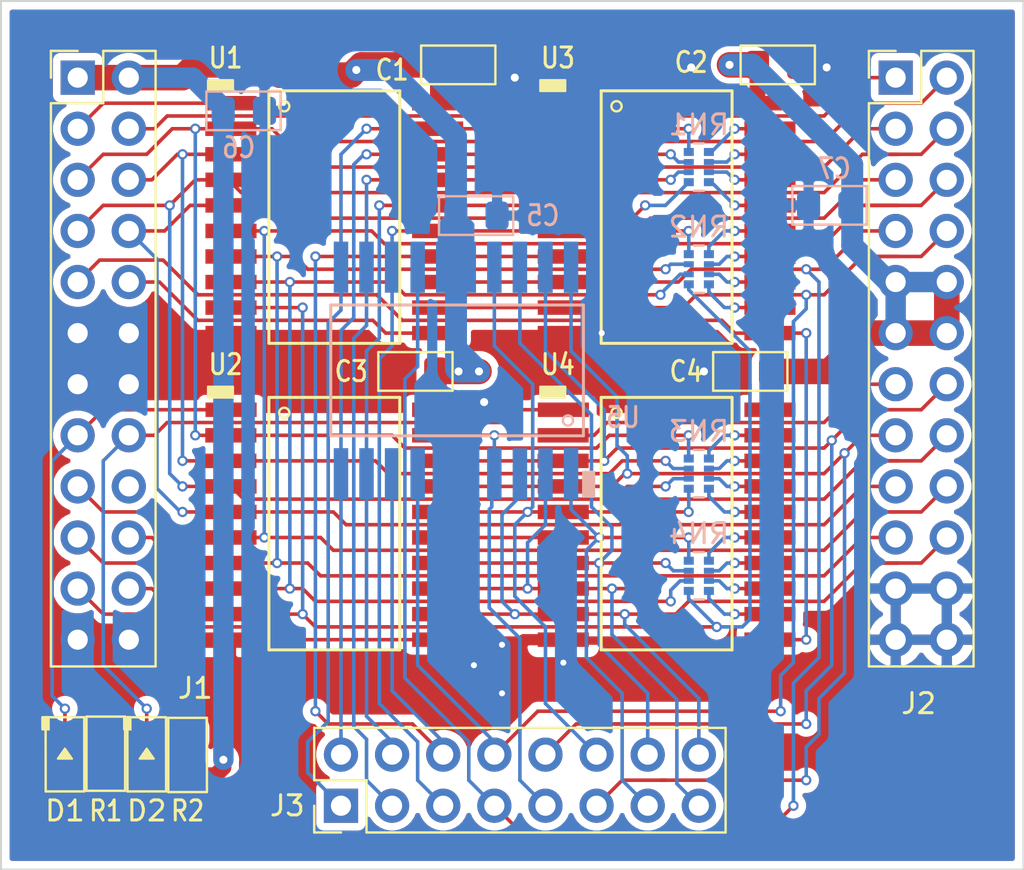
<source format=kicad_pcb>
(kicad_pcb (version 20171130) (host pcbnew 5.1.7-a382d34a8~88~ubuntu20.04.1)
  (title_block (title "Debugging Front Panel") (date 2020-12-06) (rev 2049) (comment 1 DFP))
  (layers (0 F.Cu mixed) (31 B.Cu mixed) (34 B.Paste user hide) (35 F.Paste user hide) (36 B.SilkS user) (37 F.SilkS user) (38 B.Mask user hide) (39 F.Mask user hide) (44 Edge.Cuts user))
  (net 0 "")
  (net 1 GND)
  (net 2 +5V)
  (net 3 /BUSCP)
  (net 4 /FPD0)
  (net 5 /FPD1)
  (net 6 /FPD2)
  (net 7 /FPD3)
  (net 8 /FPD4)
  (net 9 /FPD5)
  (net 10 /FPD6)
  (net 11 /FPD7)
  (net 12 "Net-(D1-Pad2)")
  (net 13 "Net-(D2-Pad2)")
  (net 14 /~R1)
  (net 15 /~R0)
  (net 16 /CP1)
  (net 17 /CP0)
  (net 18 /D15)
  (net 19 /D14)
  (net 20 /D13)
  (net 21 /D12)
  (net 22 /D11)
  (net 23 /D10)
  (net 24 /D9)
  (net 25 /D8)
  (net 26 /D7)
  (net 27 /D6)
  (net 28 /D5)
  (net 29 /D4)
  (net 30 /D3)
  (net 31 /D2)
  (net 32 /D1)
  (net 33 /D0)
  (net 34 "Net-(RN1-Pad3)")
  (net 35 "Net-(RN1-Pad2)")
  (net 36 "Net-(RN1-Pad4)")
  (net 37 "Net-(RN1-Pad1)")
  (net 38 "Net-(RN2-Pad3)")
  (net 39 "Net-(RN2-Pad2)")
  (net 40 "Net-(RN2-Pad4)")
  (net 41 "Net-(RN2-Pad1)")
  (net 42 "Net-(RN3-Pad3)")
  (net 43 "Net-(RN3-Pad2)")
  (net 44 "Net-(RN3-Pad4)")
  (net 45 "Net-(RN3-Pad1)")
  (net 46 "Net-(RN4-Pad3)")
  (net 47 "Net-(RN4-Pad2)")
  (net 48 "Net-(RN4-Pad4)")
  (net 49 "Net-(RN4-Pad1)")
  (net 50 /~OE0)
  (net 51 "Net-(J1-Pad18)")
  (net 52 /~OE1)
  (module alexios:SMD_0805_2012Metric_Pad1.15x1.40mm_HandSolder (layer B.Cu) (at 122.878 135.93 180)
    (fp_text reference C7 (at -0.254 1.8288) (layer B.SilkS) (effects (font (size 1 0.83)) (justify mirror)))
    (fp_text value 1uF)
    (pad 2 smd roundrect (at 1.025 0 180) (size 1.15 1.4) (layers B.Cu B.Paste B.Mask) (roundrect_rratio 0.217391) (net 1 GND))
    (pad 1 smd roundrect (at -1.025 0 180) (size 1.15 1.4) (layers B.Cu B.Paste B.Mask) (roundrect_rratio 0.217391) (net 2 +5V))
  )
  (module alexios:SMD_0805_2012Metric_Pad1.15x1.40mm_HandSolder (layer B.Cu) (at 93.795 131.231)
    (fp_text reference C6 (at -0.254 1.8288) (layer B.SilkS) (effects (font (size 1 0.83)) (justify mirror)))
    (fp_text value 1uF)
    (pad 2 smd roundrect (at 1.025 0) (size 1.15 1.4) (layers B.Cu B.Paste B.Mask) (roundrect_rratio 0.217391) (net 1 GND))
    (pad 1 smd roundrect (at -1.025 0) (size 1.15 1.4) (layers B.Cu B.Paste B.Mask) (roundrect_rratio 0.217391) (net 2 +5V))
  )
  (module Connector_PinHeader_2.54mm:PinHeader_2x12_P2.54mm_Vertical (layer F.Cu) (at 85.54 129.58)
    (fp_text reference J1 (at 5.842 30.353) (layer F.SilkS))
    (fp_text value Conn_01x24_Male)
    (pad 24 thru_hole oval (at 2.54 27.94) (size 1.7 1.7) (drill 1) (layers *.Cu *.Mask) (net 1 GND))
    (pad 23 thru_hole oval (at 0 27.94) (size 1.7 1.7) (drill 1) (layers *.Cu *.Mask) (net 1 GND))
    (pad 22 thru_hole oval (at 2.54 25.4) (size 1.7 1.7) (drill 1) (layers *.Cu *.Mask) (net 11 /FPD7))
    (pad 21 thru_hole oval (at 0 25.4) (size 1.7 1.7) (drill 1) (layers *.Cu *.Mask) (net 16 /CP1))
    (pad 20 thru_hole oval (at 2.54 22.86) (size 1.7 1.7) (drill 1) (layers *.Cu *.Mask) (net 9 /FPD5))
    (pad 19 thru_hole oval (at 0 22.86) (size 1.7 1.7) (drill 1) (layers *.Cu *.Mask) (net 10 /FPD6))
    (pad 18 thru_hole oval (at 2.54 20.32) (size 1.7 1.7) (drill 1) (layers *.Cu *.Mask) (net 51 "Net-(J1-Pad18)"))
    (pad 17 thru_hole oval (at 0 20.32) (size 1.7 1.7) (drill 1) (layers *.Cu *.Mask) (net 8 /FPD4))
    (pad 16 thru_hole oval (at 2.54 17.78) (size 1.7 1.7) (drill 1) (layers *.Cu *.Mask) (net 14 /~R1))
    (pad 15 thru_hole oval (at 0 17.78) (size 1.7 1.7) (drill 1) (layers *.Cu *.Mask) (net 52 /~OE1))
    (pad 14 thru_hole oval (at 2.54 15.24) (size 1.7 1.7) (drill 1) (layers *.Cu *.Mask) (net 1 GND))
    (pad 13 thru_hole oval (at 0 15.24) (size 1.7 1.7) (drill 1) (layers *.Cu *.Mask) (net 1 GND))
    (pad 12 thru_hole oval (at 2.54 12.7) (size 1.7 1.7) (drill 1) (layers *.Cu *.Mask) (net 1 GND))
    (pad 11 thru_hole oval (at 0 12.7) (size 1.7 1.7) (drill 1) (layers *.Cu *.Mask) (net 1 GND))
    (pad 10 thru_hole oval (at 2.54 10.16) (size 1.7 1.7) (drill 1) (layers *.Cu *.Mask) (net 17 /CP0))
    (pad 9 thru_hole oval (at 0 10.16) (size 1.7 1.7) (drill 1) (layers *.Cu *.Mask) (net 3 /BUSCP))
    (pad 8 thru_hole oval (at 2.54 7.62) (size 1.7 1.7) (drill 1) (layers *.Cu *.Mask) (net 7 /FPD3))
    (pad 7 thru_hole oval (at 0 7.62) (size 1.7 1.7) (drill 1) (layers *.Cu *.Mask) (net 6 /FPD2))
    (pad 6 thru_hole oval (at 2.54 5.08) (size 1.7 1.7) (drill 1) (layers *.Cu *.Mask) (net 5 /FPD1))
    (pad 5 thru_hole oval (at 0 5.08) (size 1.7 1.7) (drill 1) (layers *.Cu *.Mask) (net 4 /FPD0))
    (pad 4 thru_hole oval (at 2.54 2.54) (size 1.7 1.7) (drill 1) (layers *.Cu *.Mask) (net 15 /~R0))
    (pad 3 thru_hole oval (at 0 2.54) (size 1.7 1.7) (drill 1) (layers *.Cu *.Mask) (net 50 /~OE0))
    (pad 2 thru_hole oval (at 2.54 0) (size 1.7 1.7) (drill 1) (layers *.Cu *.Mask) (net 2 +5V))
    (pad 1 thru_hole rect (at 0 0) (size 1.7 1.7) (drill 1) (layers *.Cu *.Mask) (net 2 +5V))
  )
  (module Resistor_SMD:R_Array_Convex_4x0402 (layer B.Cu) (at 116.401 154.345 180)
    (fp_text reference RN4 (at 0 2.1) (layer B.SilkS) (effects (justify mirror)))
    (fp_text value 30Ω)
    (pad 5 smd rect (at 0.5 -0.75 180) (size 0.5 0.4) (layers B.Cu B.Paste B.Mask) (net 11 /FPD7))
    (pad 6 smd rect (at 0.5 -0.25 180) (size 0.5 0.3) (layers B.Cu B.Paste B.Mask) (net 10 /FPD6))
    (pad 8 smd rect (at 0.5 0.75 180) (size 0.5 0.4) (layers B.Cu B.Paste B.Mask) (net 8 /FPD4))
    (pad 7 smd rect (at 0.5 0.25 180) (size 0.5 0.3) (layers B.Cu B.Paste B.Mask) (net 9 /FPD5))
    (pad 4 smd rect (at -0.5 -0.75 180) (size 0.5 0.4) (layers B.Cu B.Paste B.Mask) (net 48 "Net-(RN4-Pad4)"))
    (pad 2 smd rect (at -0.5 0.25 180) (size 0.5 0.3) (layers B.Cu B.Paste B.Mask) (net 47 "Net-(RN4-Pad2)"))
    (pad 3 smd rect (at -0.5 -0.25 180) (size 0.5 0.3) (layers B.Cu B.Paste B.Mask) (net 46 "Net-(RN4-Pad3)"))
    (pad 1 smd rect (at -0.5 0.75 180) (size 0.5 0.4) (layers B.Cu B.Paste B.Mask) (net 49 "Net-(RN4-Pad1)"))
  )
  (module Resistor_SMD:R_Array_Convex_4x0402 (layer B.Cu) (at 116.401 149.265 180)
    (fp_text reference RN3 (at 0 2.1) (layer B.SilkS) (effects (justify mirror)))
    (fp_text value 30Ω)
    (pad 5 smd rect (at 0.5 -0.75 180) (size 0.5 0.4) (layers B.Cu B.Paste B.Mask) (net 7 /FPD3))
    (pad 6 smd rect (at 0.5 -0.25 180) (size 0.5 0.3) (layers B.Cu B.Paste B.Mask) (net 6 /FPD2))
    (pad 8 smd rect (at 0.5 0.75 180) (size 0.5 0.4) (layers B.Cu B.Paste B.Mask) (net 4 /FPD0))
    (pad 7 smd rect (at 0.5 0.25 180) (size 0.5 0.3) (layers B.Cu B.Paste B.Mask) (net 5 /FPD1))
    (pad 4 smd rect (at -0.5 -0.75 180) (size 0.5 0.4) (layers B.Cu B.Paste B.Mask) (net 44 "Net-(RN3-Pad4)"))
    (pad 2 smd rect (at -0.5 0.25 180) (size 0.5 0.3) (layers B.Cu B.Paste B.Mask) (net 43 "Net-(RN3-Pad2)"))
    (pad 3 smd rect (at -0.5 -0.25 180) (size 0.5 0.3) (layers B.Cu B.Paste B.Mask) (net 42 "Net-(RN3-Pad3)"))
    (pad 1 smd rect (at -0.5 0.75 180) (size 0.5 0.4) (layers B.Cu B.Paste B.Mask) (net 45 "Net-(RN3-Pad1)"))
  )
  (module Resistor_SMD:R_Array_Convex_4x0402 (layer B.Cu) (at 116.401 139.105 180)
    (fp_text reference RN2 (at 0 2.1) (layer B.SilkS) (effects (justify mirror)))
    (fp_text value 30Ω)
    (pad 5 smd rect (at 0.5 -0.75 180) (size 0.5 0.4) (layers B.Cu B.Paste B.Mask) (net 11 /FPD7))
    (pad 6 smd rect (at 0.5 -0.25 180) (size 0.5 0.3) (layers B.Cu B.Paste B.Mask) (net 10 /FPD6))
    (pad 8 smd rect (at 0.5 0.75 180) (size 0.5 0.4) (layers B.Cu B.Paste B.Mask) (net 8 /FPD4))
    (pad 7 smd rect (at 0.5 0.25 180) (size 0.5 0.3) (layers B.Cu B.Paste B.Mask) (net 9 /FPD5))
    (pad 4 smd rect (at -0.5 -0.75 180) (size 0.5 0.4) (layers B.Cu B.Paste B.Mask) (net 40 "Net-(RN2-Pad4)"))
    (pad 2 smd rect (at -0.5 0.25 180) (size 0.5 0.3) (layers B.Cu B.Paste B.Mask) (net 39 "Net-(RN2-Pad2)"))
    (pad 3 smd rect (at -0.5 -0.25 180) (size 0.5 0.3) (layers B.Cu B.Paste B.Mask) (net 38 "Net-(RN2-Pad3)"))
    (pad 1 smd rect (at -0.5 0.75 180) (size 0.5 0.4) (layers B.Cu B.Paste B.Mask) (net 41 "Net-(RN2-Pad1)"))
  )
  (module Resistor_SMD:R_Array_Convex_4x0402 (layer B.Cu) (at 116.401 134.025 180)
    (fp_text reference RN1 (at 0 2.1) (layer B.SilkS) (effects (justify mirror)))
    (fp_text value 30Ω)
    (pad 5 smd rect (at 0.5 -0.75 180) (size 0.5 0.4) (layers B.Cu B.Paste B.Mask) (net 7 /FPD3))
    (pad 6 smd rect (at 0.5 -0.25 180) (size 0.5 0.3) (layers B.Cu B.Paste B.Mask) (net 6 /FPD2))
    (pad 8 smd rect (at 0.5 0.75 180) (size 0.5 0.4) (layers B.Cu B.Paste B.Mask) (net 4 /FPD0))
    (pad 7 smd rect (at 0.5 0.25 180) (size 0.5 0.3) (layers B.Cu B.Paste B.Mask) (net 5 /FPD1))
    (pad 4 smd rect (at -0.5 -0.75 180) (size 0.5 0.4) (layers B.Cu B.Paste B.Mask) (net 36 "Net-(RN1-Pad4)"))
    (pad 2 smd rect (at -0.5 0.25 180) (size 0.5 0.3) (layers B.Cu B.Paste B.Mask) (net 35 "Net-(RN1-Pad2)"))
    (pad 3 smd rect (at -0.5 -0.25 180) (size 0.5 0.3) (layers B.Cu B.Paste B.Mask) (net 34 "Net-(RN1-Pad3)"))
    (pad 1 smd rect (at -0.5 0.75 180) (size 0.5 0.4) (layers B.Cu B.Paste B.Mask) (net 37 "Net-(RN1-Pad1)"))
  )
  (module alexios:SMD_0805_2012Metric_Pad1.15x1.40mm_HandSolder (layer F.Cu) (at 104.463 128.945)
    (fp_text reference C1 (at -3.302 0.254) (layer F.SilkS) (effects (font (size 1 0.83))))
    (fp_text value 100nF)
    (pad 2 smd roundrect (at 1.025 0) (size 1.15 1.4) (layers F.Cu F.Paste F.Mask) (roundrect_rratio 0.217391) (net 1 GND))
    (pad 1 smd roundrect (at -1.025 0) (size 1.15 1.4) (layers F.Cu F.Paste F.Mask) (roundrect_rratio 0.217391) (net 2 +5V))
  )
  (module Connector_PinHeader_2.54mm:PinHeader_2x08_P2.54mm_Vertical (layer F.Cu) (at 98.621 165.775 90)
    (fp_text reference J3 (at 0 -2.667 180) (layer F.SilkS))
    (fp_text value Conn_01x16_Male)
    (pad 16 thru_hole oval (at 2.54 17.78 90) (size 1.7 1.7) (drill 1) (layers *.Cu *.Mask) (net 18 /D15))
    (pad 15 thru_hole oval (at 0 17.78 90) (size 1.7 1.7) (drill 1) (layers *.Cu *.Mask) (net 19 /D14))
    (pad 14 thru_hole oval (at 2.54 15.24 90) (size 1.7 1.7) (drill 1) (layers *.Cu *.Mask) (net 20 /D13))
    (pad 13 thru_hole oval (at 0 15.24 90) (size 1.7 1.7) (drill 1) (layers *.Cu *.Mask) (net 21 /D12))
    (pad 12 thru_hole oval (at 2.54 12.7 90) (size 1.7 1.7) (drill 1) (layers *.Cu *.Mask) (net 22 /D11))
    (pad 11 thru_hole oval (at 0 12.7 90) (size 1.7 1.7) (drill 1) (layers *.Cu *.Mask) (net 23 /D10))
    (pad 10 thru_hole oval (at 2.54 10.16 90) (size 1.7 1.7) (drill 1) (layers *.Cu *.Mask) (net 24 /D9))
    (pad 9 thru_hole oval (at 0 10.16 90) (size 1.7 1.7) (drill 1) (layers *.Cu *.Mask) (net 25 /D8))
    (pad 8 thru_hole oval (at 2.54 7.62 90) (size 1.7 1.7) (drill 1) (layers *.Cu *.Mask) (net 26 /D7))
    (pad 7 thru_hole oval (at 0 7.62 90) (size 1.7 1.7) (drill 1) (layers *.Cu *.Mask) (net 27 /D6))
    (pad 6 thru_hole oval (at 2.54 5.08 90) (size 1.7 1.7) (drill 1) (layers *.Cu *.Mask) (net 28 /D5))
    (pad 5 thru_hole oval (at 0 5.08 90) (size 1.7 1.7) (drill 1) (layers *.Cu *.Mask) (net 29 /D4))
    (pad 4 thru_hole oval (at 2.54 2.54 90) (size 1.7 1.7) (drill 1) (layers *.Cu *.Mask) (net 30 /D3))
    (pad 3 thru_hole oval (at 0 2.54 90) (size 1.7 1.7) (drill 1) (layers *.Cu *.Mask) (net 31 /D2))
    (pad 2 thru_hole oval (at 2.54 0 90) (size 1.7 1.7) (drill 1) (layers *.Cu *.Mask) (net 32 /D1))
    (pad 1 thru_hole rect (at 0 0 90) (size 1.7 1.7) (drill 1) (layers *.Cu *.Mask) (net 33 /D0))
  )
  (module alexios:SOIC-20W (layer F.Cu) (at 109.67 130.85)
    (fp_text reference U3 (at -1.200001 -2.25) (layer F.SilkS) (effects (font (size 1 0.83)) (justify left)))
    (fp_text value 74HC574)
    (pad 12 smd rect (at 10.264 10.16) (size 2.54 0.72) (layers F.Cu F.Paste F.Mask) (net 40 "Net-(RN2-Pad4)"))
    (pad 11 smd rect (at 10.264 11.43) (size 2.54 0.72) (layers F.Cu F.Paste F.Mask) (net 3 /BUSCP))
    (pad 9 smd rect (at -0.004 10.16) (size 2.54 0.72) (layers F.Cu F.Paste F.Mask) (net 26 /D7))
    (pad 10 smd rect (at -0.004 11.43) (size 2.54 0.72) (layers F.Cu F.Paste F.Mask) (net 1 GND))
    (pad 20 smd rect (at 10.264 0) (size 2.54 0.72) (layers F.Cu F.Paste F.Mask) (net 2 +5V))
    (pad 19 smd rect (at 10.264 1.27) (size 2.54 0.72) (layers F.Cu F.Paste F.Mask) (net 37 "Net-(RN1-Pad1)"))
    (pad 18 smd rect (at 10.264 2.54) (size 2.54 0.72) (layers F.Cu F.Paste F.Mask) (net 35 "Net-(RN1-Pad2)"))
    (pad 17 smd rect (at 10.264 3.81) (size 2.54 0.72) (layers F.Cu F.Paste F.Mask) (net 34 "Net-(RN1-Pad3)"))
    (pad 16 smd rect (at 10.264 5.08) (size 2.54 0.72) (layers F.Cu F.Paste F.Mask) (net 36 "Net-(RN1-Pad4)"))
    (pad 15 smd rect (at 10.264 6.35) (size 2.54 0.72) (layers F.Cu F.Paste F.Mask) (net 41 "Net-(RN2-Pad1)"))
    (pad 14 smd rect (at 10.264 7.62) (size 2.54 0.72) (layers F.Cu F.Paste F.Mask) (net 39 "Net-(RN2-Pad2)"))
    (pad 13 smd rect (at 10.264 8.89) (size 2.54 0.72) (layers F.Cu F.Paste F.Mask) (net 38 "Net-(RN2-Pad3)"))
    (pad 8 smd rect (at -0.004 8.89) (size 2.54 0.72) (layers F.Cu F.Paste F.Mask) (net 27 /D6))
    (pad 7 smd rect (at -0.004 7.62) (size 2.54 0.72) (layers F.Cu F.Paste F.Mask) (net 28 /D5))
    (pad 6 smd rect (at -0.004 6.35) (size 2.54 0.72) (layers F.Cu F.Paste F.Mask) (net 29 /D4))
    (pad 5 smd rect (at -0.004 5.08) (size 2.54 0.72) (layers F.Cu F.Paste F.Mask) (net 30 /D3))
    (pad 4 smd rect (at -0.004 3.81) (size 2.54 0.72) (layers F.Cu F.Paste F.Mask) (net 31 /D2))
    (pad 3 smd rect (at -0.012 2.54) (size 2.54 0.72) (layers F.Cu F.Paste F.Mask) (net 32 /D1))
    (pad 2 smd rect (at -0.012 1.27) (size 2.54 0.72) (layers F.Cu F.Paste F.Mask) (net 33 /D0))
    (pad 1 smd rect (at 0 0) (size 2.54 0.72) (layers F.Cu F.Paste F.Mask) (net 15 /~R0))
  )
  (module alexios:SOIC-20W (layer F.Cu) (at 109.67 146.09)
    (fp_text reference U4 (at -1.200001 -2.25) (layer F.SilkS) (effects (font (size 1 0.83)) (justify left)))
    (fp_text value 74HC574)
    (pad 12 smd rect (at 10.264 10.16) (size 2.54 0.72) (layers F.Cu F.Paste F.Mask) (net 48 "Net-(RN4-Pad4)"))
    (pad 11 smd rect (at 10.264 11.43) (size 2.54 0.72) (layers F.Cu F.Paste F.Mask) (net 3 /BUSCP))
    (pad 9 smd rect (at -0.004 10.16) (size 2.54 0.72) (layers F.Cu F.Paste F.Mask) (net 18 /D15))
    (pad 10 smd rect (at -0.004 11.43) (size 2.54 0.72) (layers F.Cu F.Paste F.Mask) (net 1 GND))
    (pad 20 smd rect (at 10.264 0) (size 2.54 0.72) (layers F.Cu F.Paste F.Mask) (net 2 +5V))
    (pad 19 smd rect (at 10.264 1.27) (size 2.54 0.72) (layers F.Cu F.Paste F.Mask) (net 45 "Net-(RN3-Pad1)"))
    (pad 18 smd rect (at 10.264 2.54) (size 2.54 0.72) (layers F.Cu F.Paste F.Mask) (net 43 "Net-(RN3-Pad2)"))
    (pad 17 smd rect (at 10.264 3.81) (size 2.54 0.72) (layers F.Cu F.Paste F.Mask) (net 42 "Net-(RN3-Pad3)"))
    (pad 16 smd rect (at 10.264 5.08) (size 2.54 0.72) (layers F.Cu F.Paste F.Mask) (net 44 "Net-(RN3-Pad4)"))
    (pad 15 smd rect (at 10.264 6.35) (size 2.54 0.72) (layers F.Cu F.Paste F.Mask) (net 49 "Net-(RN4-Pad1)"))
    (pad 14 smd rect (at 10.264 7.62) (size 2.54 0.72) (layers F.Cu F.Paste F.Mask) (net 47 "Net-(RN4-Pad2)"))
    (pad 13 smd rect (at 10.264 8.89) (size 2.54 0.72) (layers F.Cu F.Paste F.Mask) (net 46 "Net-(RN4-Pad3)"))
    (pad 8 smd rect (at -0.004 8.89) (size 2.54 0.72) (layers F.Cu F.Paste F.Mask) (net 19 /D14))
    (pad 7 smd rect (at -0.004 7.62) (size 2.54 0.72) (layers F.Cu F.Paste F.Mask) (net 20 /D13))
    (pad 6 smd rect (at -0.004 6.35) (size 2.54 0.72) (layers F.Cu F.Paste F.Mask) (net 21 /D12))
    (pad 5 smd rect (at -0.004 5.08) (size 2.54 0.72) (layers F.Cu F.Paste F.Mask) (net 22 /D11))
    (pad 4 smd rect (at -0.004 3.81) (size 2.54 0.72) (layers F.Cu F.Paste F.Mask) (net 23 /D10))
    (pad 3 smd rect (at -0.012 2.54) (size 2.54 0.72) (layers F.Cu F.Paste F.Mask) (net 24 /D9))
    (pad 2 smd rect (at -0.012 1.27) (size 2.54 0.72) (layers F.Cu F.Paste F.Mask) (net 25 /D8))
    (pad 1 smd rect (at 0 0) (size 2.54 0.72) (layers F.Cu F.Paste F.Mask) (net 14 /~R1))
  )
  (module Connector_PinHeader_2.54mm:PinHeader_2x12_P2.54mm_Vertical (layer F.Cu) (at 126.18 129.58)
    (fp_text reference J2 (at 1.143 31.115) (layer F.SilkS))
    (fp_text value Conn_01x24_Male)
    (pad 24 thru_hole oval (at 2.54 27.94) (size 1.7 1.7) (drill 1) (layers *.Cu *.Mask) (net 1 GND))
    (pad 23 thru_hole oval (at 0 27.94) (size 1.7 1.7) (drill 1) (layers *.Cu *.Mask) (net 1 GND))
    (pad 22 thru_hole oval (at 2.54 25.4) (size 1.7 1.7) (drill 1) (layers *.Cu *.Mask) (net 1 GND))
    (pad 21 thru_hole oval (at 0 25.4) (size 1.7 1.7) (drill 1) (layers *.Cu *.Mask) (net 1 GND))
    (pad 20 thru_hole oval (at 2.54 22.86) (size 1.7 1.7) (drill 1) (layers *.Cu *.Mask) (net 18 /D15))
    (pad 19 thru_hole oval (at 0 22.86) (size 1.7 1.7) (drill 1) (layers *.Cu *.Mask) (net 19 /D14))
    (pad 18 thru_hole oval (at 2.54 20.32) (size 1.7 1.7) (drill 1) (layers *.Cu *.Mask) (net 20 /D13))
    (pad 17 thru_hole oval (at 0 20.32) (size 1.7 1.7) (drill 1) (layers *.Cu *.Mask) (net 21 /D12))
    (pad 16 thru_hole oval (at 2.54 17.78) (size 1.7 1.7) (drill 1) (layers *.Cu *.Mask) (net 22 /D11))
    (pad 15 thru_hole oval (at 0 17.78) (size 1.7 1.7) (drill 1) (layers *.Cu *.Mask) (net 23 /D10))
    (pad 14 thru_hole oval (at 2.54 15.24) (size 1.7 1.7) (drill 1) (layers *.Cu *.Mask) (net 24 /D9))
    (pad 13 thru_hole oval (at 0 15.24) (size 1.7 1.7) (drill 1) (layers *.Cu *.Mask) (net 25 /D8))
    (pad 12 thru_hole oval (at 2.54 12.7) (size 1.7 1.7) (drill 1) (layers *.Cu *.Mask) (net 2 +5V))
    (pad 11 thru_hole oval (at 0 12.7) (size 1.7 1.7) (drill 1) (layers *.Cu *.Mask) (net 2 +5V))
    (pad 10 thru_hole oval (at 2.54 10.16) (size 1.7 1.7) (drill 1) (layers *.Cu *.Mask) (net 2 +5V))
    (pad 9 thru_hole oval (at 0 10.16) (size 1.7 1.7) (drill 1) (layers *.Cu *.Mask) (net 2 +5V))
    (pad 8 thru_hole oval (at 2.54 7.62) (size 1.7 1.7) (drill 1) (layers *.Cu *.Mask) (net 26 /D7))
    (pad 7 thru_hole oval (at 0 7.62) (size 1.7 1.7) (drill 1) (layers *.Cu *.Mask) (net 27 /D6))
    (pad 6 thru_hole oval (at 2.54 5.08) (size 1.7 1.7) (drill 1) (layers *.Cu *.Mask) (net 28 /D5))
    (pad 5 thru_hole oval (at 0 5.08) (size 1.7 1.7) (drill 1) (layers *.Cu *.Mask) (net 29 /D4))
    (pad 4 thru_hole oval (at 2.54 2.54) (size 1.7 1.7) (drill 1) (layers *.Cu *.Mask) (net 30 /D3))
    (pad 3 thru_hole oval (at 0 2.54) (size 1.7 1.7) (drill 1) (layers *.Cu *.Mask) (net 31 /D2))
    (pad 2 thru_hole oval (at 2.54 0) (size 1.7 1.7) (drill 1) (layers *.Cu *.Mask) (net 32 /D1))
    (pad 1 thru_hole rect (at 0 0) (size 1.7 1.7) (drill 1) (layers *.Cu *.Mask) (net 33 /D0))
  )
  (module alexios:SOIC-20W (layer B.Cu) (at 110.051 149.265 90)
    (fp_text reference U5 (at 2.794 1.651 180) (layer B.SilkS) (effects (font (size 1 0.83)) (justify right mirror)))
    (fp_text value SN74ACT1073)
    (pad 12 smd rect (at 10.264 -10.16 90) (size 2.54 0.72) (layers B.Cu B.Paste B.Mask) (net 31 /D2))
    (pad 11 smd rect (at 10.264 -11.43 90) (size 2.54 0.72) (layers B.Cu B.Paste B.Mask) (net 33 /D0))
    (pad 9 smd rect (at -0.004 -10.16 90) (size 2.54 0.72) (layers B.Cu B.Paste B.Mask) (net 30 /D3))
    (pad 10 smd rect (at -0.004 -11.43 90) (size 2.54 0.72) (layers B.Cu B.Paste B.Mask) (net 32 /D1))
    (pad 20 smd rect (at 10.264 0 90) (size 2.54 0.72) (layers B.Cu B.Paste B.Mask) (net 23 /D10))
    (pad 19 smd rect (at 10.264 -1.27 90) (size 2.54 0.72) (layers B.Cu B.Paste B.Mask) (net 24 /D9))
    (pad 18 smd rect (at 10.264 -2.54 90) (size 2.54 0.72) (layers B.Cu B.Paste B.Mask) (net 20 /D13))
    (pad 17 smd rect (at 10.264 -3.81 90) (size 2.54 0.72) (layers B.Cu B.Paste B.Mask) (net 22 /D11))
    (pad 16 smd rect (at 10.264 -5.08 90) (size 2.54 0.72) (layers B.Cu B.Paste B.Mask) (net 2 +5V))
    (pad 15 smd rect (at 10.264 -6.35 90) (size 2.54 0.72) (layers B.Cu B.Paste B.Mask) (net 2 +5V))
    (pad 14 smd rect (at 10.264 -7.62 90) (size 2.54 0.72) (layers B.Cu B.Paste B.Mask) (net 27 /D6))
    (pad 13 smd rect (at 10.264 -8.89 90) (size 2.54 0.72) (layers B.Cu B.Paste B.Mask) (net 29 /D4))
    (pad 8 smd rect (at -0.004 -8.89 90) (size 2.54 0.72) (layers B.Cu B.Paste B.Mask) (net 28 /D5))
    (pad 7 smd rect (at -0.004 -7.62 90) (size 2.54 0.72) (layers B.Cu B.Paste B.Mask) (net 26 /D7))
    (pad 6 smd rect (at -0.004 -6.35 90) (size 2.54 0.72) (layers B.Cu B.Paste B.Mask) (net 1 GND))
    (pad 5 smd rect (at -0.004 -5.08 90) (size 2.54 0.72) (layers B.Cu B.Paste B.Mask) (net 1 GND))
    (pad 4 smd rect (at -0.004 -3.81 90) (size 2.54 0.72) (layers B.Cu B.Paste B.Mask) (net 25 /D8))
    (pad 3 smd rect (at -0.012 -2.54 90) (size 2.54 0.72) (layers B.Cu B.Paste B.Mask) (net 18 /D15))
    (pad 2 smd rect (at -0.012 -1.27 90) (size 2.54 0.72) (layers B.Cu B.Paste B.Mask) (net 19 /D14))
    (pad 1 smd rect (at 0 0 90) (size 2.54 0.72) (layers B.Cu B.Paste B.Mask) (net 21 /D12))
  )
  (module alexios:SOIC-20W (layer F.Cu) (at 93.16 146.09)
    (fp_text reference U2 (at -1.200001 -2.25) (layer F.SilkS) (effects (font (size 1 0.83)) (justify left)))
    (fp_text value 74HC574)
    (pad 12 smd rect (at 10.264 10.16) (size 2.54 0.72) (layers F.Cu F.Paste F.Mask) (net 18 /D15))
    (pad 11 smd rect (at 10.264 11.43) (size 2.54 0.72) (layers F.Cu F.Paste F.Mask) (net 16 /CP1))
    (pad 9 smd rect (at -0.004 10.16) (size 2.54 0.72) (layers F.Cu F.Paste F.Mask) (net 11 /FPD7))
    (pad 10 smd rect (at -0.004 11.43) (size 2.54 0.72) (layers F.Cu F.Paste F.Mask) (net 1 GND))
    (pad 20 smd rect (at 10.264 0) (size 2.54 0.72) (layers F.Cu F.Paste F.Mask) (net 2 +5V))
    (pad 19 smd rect (at 10.264 1.27) (size 2.54 0.72) (layers F.Cu F.Paste F.Mask) (net 25 /D8))
    (pad 18 smd rect (at 10.264 2.54) (size 2.54 0.72) (layers F.Cu F.Paste F.Mask) (net 24 /D9))
    (pad 17 smd rect (at 10.264 3.81) (size 2.54 0.72) (layers F.Cu F.Paste F.Mask) (net 23 /D10))
    (pad 16 smd rect (at 10.264 5.08) (size 2.54 0.72) (layers F.Cu F.Paste F.Mask) (net 22 /D11))
    (pad 15 smd rect (at 10.264 6.35) (size 2.54 0.72) (layers F.Cu F.Paste F.Mask) (net 21 /D12))
    (pad 14 smd rect (at 10.264 7.62) (size 2.54 0.72) (layers F.Cu F.Paste F.Mask) (net 20 /D13))
    (pad 13 smd rect (at 10.264 8.89) (size 2.54 0.72) (layers F.Cu F.Paste F.Mask) (net 19 /D14))
    (pad 8 smd rect (at -0.004 8.89) (size 2.54 0.72) (layers F.Cu F.Paste F.Mask) (net 10 /FPD6))
    (pad 7 smd rect (at -0.004 7.62) (size 2.54 0.72) (layers F.Cu F.Paste F.Mask) (net 9 /FPD5))
    (pad 6 smd rect (at -0.004 6.35) (size 2.54 0.72) (layers F.Cu F.Paste F.Mask) (net 8 /FPD4))
    (pad 5 smd rect (at -0.004 5.08) (size 2.54 0.72) (layers F.Cu F.Paste F.Mask) (net 7 /FPD3))
    (pad 4 smd rect (at -0.004 3.81) (size 2.54 0.72) (layers F.Cu F.Paste F.Mask) (net 6 /FPD2))
    (pad 3 smd rect (at -0.012 2.54) (size 2.54 0.72) (layers F.Cu F.Paste F.Mask) (net 5 /FPD1))
    (pad 2 smd rect (at -0.012 1.27) (size 2.54 0.72) (layers F.Cu F.Paste F.Mask) (net 4 /FPD0))
    (pad 1 smd rect (at 0 0) (size 2.54 0.72) (layers F.Cu F.Paste F.Mask) (net 52 /~OE1))
  )
  (module alexios:SOIC-20W (layer F.Cu) (at 93.16 130.85)
    (fp_text reference U1 (at -1.200001 -2.25) (layer F.SilkS) (effects (font (size 1 0.83)) (justify left)))
    (fp_text value 74HC574)
    (pad 12 smd rect (at 10.264 10.16) (size 2.54 0.72) (layers F.Cu F.Paste F.Mask) (net 26 /D7))
    (pad 11 smd rect (at 10.264 11.43) (size 2.54 0.72) (layers F.Cu F.Paste F.Mask) (net 17 /CP0))
    (pad 9 smd rect (at -0.004 10.16) (size 2.54 0.72) (layers F.Cu F.Paste F.Mask) (net 11 /FPD7))
    (pad 10 smd rect (at -0.004 11.43) (size 2.54 0.72) (layers F.Cu F.Paste F.Mask) (net 1 GND))
    (pad 20 smd rect (at 10.264 0) (size 2.54 0.72) (layers F.Cu F.Paste F.Mask) (net 2 +5V))
    (pad 19 smd rect (at 10.264 1.27) (size 2.54 0.72) (layers F.Cu F.Paste F.Mask) (net 33 /D0))
    (pad 18 smd rect (at 10.264 2.54) (size 2.54 0.72) (layers F.Cu F.Paste F.Mask) (net 32 /D1))
    (pad 17 smd rect (at 10.264 3.81) (size 2.54 0.72) (layers F.Cu F.Paste F.Mask) (net 31 /D2))
    (pad 16 smd rect (at 10.264 5.08) (size 2.54 0.72) (layers F.Cu F.Paste F.Mask) (net 30 /D3))
    (pad 15 smd rect (at 10.264 6.35) (size 2.54 0.72) (layers F.Cu F.Paste F.Mask) (net 29 /D4))
    (pad 14 smd rect (at 10.264 7.62) (size 2.54 0.72) (layers F.Cu F.Paste F.Mask) (net 28 /D5))
    (pad 13 smd rect (at 10.264 8.89) (size 2.54 0.72) (layers F.Cu F.Paste F.Mask) (net 27 /D6))
    (pad 8 smd rect (at -0.004 8.89) (size 2.54 0.72) (layers F.Cu F.Paste F.Mask) (net 10 /FPD6))
    (pad 7 smd rect (at -0.004 7.62) (size 2.54 0.72) (layers F.Cu F.Paste F.Mask) (net 9 /FPD5))
    (pad 6 smd rect (at -0.004 6.35) (size 2.54 0.72) (layers F.Cu F.Paste F.Mask) (net 8 /FPD4))
    (pad 5 smd rect (at -0.004 5.08) (size 2.54 0.72) (layers F.Cu F.Paste F.Mask) (net 7 /FPD3))
    (pad 4 smd rect (at -0.004 3.81) (size 2.54 0.72) (layers F.Cu F.Paste F.Mask) (net 6 /FPD2))
    (pad 3 smd rect (at -0.012 2.54) (size 2.54 0.72) (layers F.Cu F.Paste F.Mask) (net 5 /FPD1))
    (pad 2 smd rect (at -0.012 1.27) (size 2.54 0.72) (layers F.Cu F.Paste F.Mask) (net 4 /FPD0))
    (pad 1 smd rect (at 0 0) (size 2.54 0.72) (layers F.Cu F.Paste F.Mask) (net 50 /~OE0))
  )
  (module alexios:R_SMD_0805_2012Metric_Pad1.15x1.40mm_HandSolder (layer F.Cu) (at 91.001 163.235 90)
    (fp_text reference R2 (at -2.794 0 180) (layer F.SilkS) (effects (font (size 1 0.83))))
    (fp_text value 330Ω)
    (pad 1 smd roundrect (at -1.025 0 90) (size 1.15 1.4) (layers F.Cu F.Paste F.Mask) (roundrect_rratio 0.217391) (net 2 +5V))
    (pad 2 smd roundrect (at 1.025 0 90) (size 1.15 1.4) (layers F.Cu F.Paste F.Mask) (roundrect_rratio 0.217391) (net 13 "Net-(D2-Pad2)"))
  )
  (module alexios:R_SMD_0805_2012Metric_Pad1.15x1.40mm_HandSolder (layer F.Cu) (at 86.937 163.2038 270)
    (fp_text reference R1 (at 2.8252 0 180) (layer F.SilkS) (effects (font (size 1 0.83))))
    (fp_text value 330Ω)
    (pad 1 smd roundrect (at -1.025 0 270) (size 1.15 1.4) (layers F.Cu F.Paste F.Mask) (roundrect_rratio 0.217391) (net 12 "Net-(D1-Pad2)"))
    (pad 2 smd roundrect (at 1.025 0 270) (size 1.15 1.4) (layers F.Cu F.Paste F.Mask) (roundrect_rratio 0.217391) (net 2 +5V))
  )
  (module alexios:LED_0805_2012Metric_Pad1.15x1.40mm_HandSolder (layer F.Cu) (at 88.969 163.235 270)
    (fp_text reference D2 (at 2.794 0 180) (layer F.SilkS))
    (fp_text value LED_ALT)
    (pad 1 smd roundrect (at -1.025 0 270) (size 1.15 1.4) (layers F.Cu F.Paste F.Mask) (roundrect_rratio 0.217391) (net 14 /~R1))
    (pad 2 smd roundrect (at 1.025 0 270) (size 1.15 1.4) (layers F.Cu F.Paste F.Mask) (roundrect_rratio 0.217391) (net 13 "Net-(D2-Pad2)"))
  )
  (module alexios:LED_0805_2012Metric_Pad1.15x1.40mm_HandSolder (layer F.Cu) (at 84.905 163.235 270)
    (fp_text reference D1 (at 2.794 0 180) (layer F.SilkS))
    (fp_text value LED_ALT)
    (pad 1 smd roundrect (at -1.025 0 270) (size 1.15 1.4) (layers F.Cu F.Paste F.Mask) (roundrect_rratio 0.217391) (net 52 /~OE1))
    (pad 2 smd roundrect (at 1.025 0 270) (size 1.15 1.4) (layers F.Cu F.Paste F.Mask) (roundrect_rratio 0.217391) (net 12 "Net-(D1-Pad2)"))
  )
  (module alexios:SMD_0805_2012Metric_Pad1.15x1.40mm_HandSolder (layer F.Cu) (at 118.941 144.185 180)
    (fp_text reference C4 (at 3.175 0) (layer F.SilkS) (effects (font (size 1 0.83))))
    (fp_text value 100nF)
    (pad 2 smd roundrect (at 1.025 0 180) (size 1.15 1.4) (layers F.Cu F.Paste F.Mask) (roundrect_rratio 0.217) (net 1 GND))
    (pad 1 smd roundrect (at -1.025 0 180) (size 1.15 1.4) (layers F.Cu F.Paste F.Mask) (roundrect_rratio 0.217391) (net 2 +5V))
  )
  (module alexios:SMD_0805_2012Metric_Pad1.15x1.40mm_HandSolder (layer F.Cu) (at 102.304 144.185 180)
    (fp_text reference C3 (at 3.175 0) (layer F.SilkS) (effects (font (size 1 0.83))))
    (fp_text value 100nF)
    (pad 2 smd roundrect (at 1.025 0 180) (size 1.15 1.4) (layers F.Cu F.Paste F.Mask) (roundrect_rratio 0.217) (net 1 GND))
    (pad 1 smd roundrect (at -1.025 0 180) (size 1.15 1.4) (layers F.Cu F.Paste F.Mask) (roundrect_rratio 0.217391) (net 2 +5V))
  )
  (module alexios:SMD_0805_2012Metric_Pad1.15x1.40mm_HandSolder (layer F.Cu) (at 120.338 128.945)
    (fp_text reference C2 (at -4.318 -0.127) (layer F.SilkS) (effects (font (size 1 0.83))))
    (fp_text value 100nF)
    (pad 2 smd roundrect (at 1.025 0) (size 1.15 1.4) (layers F.Cu F.Paste F.Mask) (roundrect_rratio 0.217391) (net 1 GND))
    (pad 1 smd roundrect (at -1.025 0) (size 1.15 1.4) (layers F.Cu F.Paste F.Mask) (roundrect_rratio 0.217391) (net 2 +5V))
  )
  (module alexios:SMD_0805_2012Metric_Pad1.15x1.40mm_HandSolder (layer B.Cu) (at 105.352 136.438)
    (fp_text reference C5 (at 3.302 0) (layer B.SilkS) (effects (font (size 1 0.83)) (justify mirror)))
    (fp_text value 100nF)
    (pad 2 smd roundrect (at 1.025 0) (size 1.15 1.4) (layers B.Cu B.Paste B.Mask) (roundrect_rratio 0.217391) (net 1 GND))
    (pad 1 smd roundrect (at -1.025 0) (size 1.15 1.4) (layers B.Cu B.Paste B.Mask) (roundrect_rratio 0.217) (net 2 +5V))
  )
  (gr_line (start 132.53 125.77) (end 132.53 168.95) (layer Edge.Cuts) (width 0.1))
  (gr_line (start 81.73 125.77) (end 132.53 125.77) (layer Edge.Cuts) (width 0.1))
  (gr_line (start 81.73 168.95) (end 81.73 125.77) (layer Edge.Cuts) (width 0.1))
  (gr_line (start 132.53 168.95) (end 81.73 168.95) (layer Edge.Cuts) (width 0.1))
  (segment (start 85.54 157.52) (end 88.08 157.52) (width 1.27) (layer F.Cu) (net 1))
  (via (at 106.622 160.187) (size 0.508) (drill 0.3) (layers F.Cu B.Cu) (net 1))
  (via (at 106.622 157.774) (size 0.508) (drill 0.3) (layers F.Cu B.Cu) (net 1))
  (segment (start 85.54 144.82) (end 88.08 144.82) (width 1.27) (layer F.Cu) (net 1))
  (segment (start 92.144 142.28) (end 93.16 142.28) (width 0.5588) (layer F.Cu) (net 1))
  (segment (start 92.017 142.407) (end 92.144 142.28) (width 0.5588) (layer F.Cu) (net 1))
  (segment (start 90.493 142.407) (end 92.017 142.407) (width 0.5588) (layer F.Cu) (net 1))
  (segment (start 88.08 144.82) (end 90.493 142.407) (width 0.5588) (layer F.Cu) (net 1))
  (segment (start 101.161 144.185) (end 101.288 144.058) (width 0.5588) (layer F.Cu) (net 1))
  (segment (start 91.89 144.185) (end 101.161 144.185) (width 0.5588) (layer F.Cu) (net 1))
  (segment (start 91.255 144.82) (end 91.89 144.185) (width 0.5588) (layer F.Cu) (net 1))
  (segment (start 88.08 144.82) (end 91.255 144.82) (width 0.5588) (layer F.Cu) (net 1))
  (segment (start 109.666 142.28) (end 111.575 142.28) (width 0.5588) (layer F.Cu) (net 1))
  (via (at 116.655 144.185) (size 0.8) (drill 0.4) (layers F.Cu B.Cu) (net 1))
  (via (at 111.575 142.28) (size 0.508) (drill 0.3) (layers F.Cu B.Cu) (net 1))
  (segment (start 116.655 144.185) (end 117.925 144.185) (width 1.0922) (layer F.Cu) (net 1))
  (via (at 107.257 129.58) (size 0.8) (drill 0.4) (layers F.Cu B.Cu) (net 1))
  (segment (start 106.876 129.072) (end 105.606 129.072) (width 1.0922) (layer F.Cu) (net 1))
  (segment (start 122.751 129.072) (end 121.481 129.072) (width 1.0922) (layer F.Cu) (net 1))
  (via (at 122.751 129.072) (size 0.8) (drill 0.4) (layers F.Cu B.Cu) (net 1))
  (segment (start 103.701 155.996) (end 106.368 158.663) (width 0.5588) (layer B.Cu) (net 1))
  (segment (start 103.701 149.777) (end 103.701 155.996) (width 0.5588) (layer B.Cu) (net 1))
  (via (at 105.733 145.709) (size 0.8) (drill 0.4) (layers F.Cu B.Cu) (net 1))
  (segment (start 106.5585 158.663) (end 107.7015 157.52) (width 0.5588) (layer F.Cu) (net 1))
  (segment (start 91.128 158.028) (end 91.509 157.647) (width 0.5588) (layer F.Cu) (net 1))
  (segment (start 107.7015 157.52) (end 109.67 157.52) (width 0.5588) (layer F.Cu) (net 1))
  (segment (start 95.954 158.663) (end 106.5585 158.663) (width 0.5588) (layer F.Cu) (net 1))
  (segment (start 91.509 157.647) (end 94.938 157.647) (width 0.5588) (layer F.Cu) (net 1))
  (segment (start 88.588 158.028) (end 91.128 158.028) (width 0.5588) (layer F.Cu) (net 1))
  (segment (start 94.938 157.647) (end 95.954 158.663) (width 0.5588) (layer F.Cu) (net 1))
  (segment (start 88.08 157.52) (end 88.588 158.028) (width 0.5588) (layer F.Cu) (net 1))
  (segment (start 104.971 149.777) (end 104.971 155.869) (width 0.5588) (layer B.Cu) (net 1))
  (via (at 105.225 158.79) (size 0.508) (drill 0.3) (layers F.Cu B.Cu) (net 1))
  (via (at 109.67 158.663) (size 0.508) (drill 0.3) (layers F.Cu B.Cu) (net 1))
  (via (at 116.02 129.072) (size 0.8) (drill 0.4) (layers F.Cu B.Cu) (net 1))
  (segment (start 85.54 129.58) (end 88.334 129.58) (width 1.27) (layer F.Cu) (net 2))
  (segment (start 122.878 144.185) (end 124.783 142.28) (width 1.27) (layer F.Cu) (net 2))
  (segment (start 124.783 142.28) (end 128.72 142.28) (width 1.27) (layer F.Cu) (net 2))
  (segment (start 120.084 144.185) (end 122.878 144.185) (width 1.27) (layer F.Cu) (net 2))
  (via (at 104.463 144.185) (size 0.8) (drill 0.4) (layers F.Cu B.Cu) (net 2))
  (segment (start 103.329 144.185) (end 103.329 145.836) (width 1.0922) (layer F.Cu) (net 2))
  (segment (start 119.957 144.185) (end 119.957 145.836) (width 1.0922) (layer F.Cu) (net 2))
  (via (at 92.779 163.489) (size 0.8) (drill 0.4) (layers F.Cu B.Cu) (net 2))
  (segment (start 91.001 164.759) (end 91.001 164.251) (width 0.7874) (layer F.Cu) (net 2))
  (segment (start 89.985 165.775) (end 91.001 164.759) (width 0.7874) (layer F.Cu) (net 2))
  (segment (start 87.826 165.775) (end 89.985 165.775) (width 0.7874) (layer F.Cu) (net 2))
  (segment (start 86.937 164.886) (end 87.826 165.775) (width 0.7874) (layer F.Cu) (net 2))
  (segment (start 86.937 164.2288) (end 86.937 164.886) (width 0.7874) (layer F.Cu) (net 2))
  (segment (start 92.779 163.87) (end 92.779 163.489) (width 0.7874) (layer F.Cu) (net 2))
  (segment (start 92.389 164.26) (end 92.779 163.87) (width 0.7874) (layer F.Cu) (net 2))
  (segment (start 91.001 164.26) (end 92.389 164.26) (width 0.7874) (layer F.Cu) (net 2))
  (segment (start 92.779 131.104) (end 92.779 163.489) (width 1.016) (layer B.Cu) (net 2))
  (segment (start 91.255 129.58) (end 92.779 131.104) (width 1.016) (layer B.Cu) (net 2))
  (segment (start 88.08 129.58) (end 91.255 129.58) (width 1.016) (layer B.Cu) (net 2))
  (segment (start 103.438 128.945) (end 103.438 130.714) (width 0.7874) (layer F.Cu) (net 2))
  (segment (start 103.438 130.714) (end 103.447 130.723) (width 0.7874) (layer F.Cu) (net 2))
  (segment (start 119.313 128.945) (end 119.313 130.714) (width 0.7874) (layer F.Cu) (net 2))
  (via (at 99.383 129.199) (size 0.8) (drill 0.4) (layers F.Cu B.Cu) (net 2))
  (segment (start 103.701 139.001) (end 103.701 136.946) (width 0.5588) (layer B.Cu) (net 2))
  (segment (start 103.701 136.946) (end 104.336 136.311) (width 0.5588) (layer B.Cu) (net 2))
  (segment (start 104.971 139.001) (end 104.971 136.946) (width 0.5588) (layer B.Cu) (net 2))
  (segment (start 104.971 136.946) (end 104.336 136.311) (width 0.5588) (layer B.Cu) (net 2))
  (via (at 105.479 144.185) (size 0.8) (drill 0.4) (layers F.Cu B.Cu) (net 2))
  (segment (start 103.447 144.185) (end 105.479 144.185) (width 1.27) (layer F.Cu) (net 2))
  (segment (start 104.463 144.185) (end 105.479 144.185) (width 1.0922) (layer B.Cu) (net 2))
  (segment (start 104.336 143.042) (end 104.336 139.994) (width 1.0922) (layer B.Cu) (net 2))
  (segment (start 105.479 144.185) (end 104.336 143.042) (width 1.0922) (layer B.Cu) (net 2))
  (segment (start 104.336 136.311) (end 104.336 139.994) (width 1.0922) (layer B.Cu) (net 2))
  (segment (start 104.336 144.058) (end 104.463 144.185) (width 1.0922) (layer B.Cu) (net 2))
  (segment (start 104.336 139.994) (end 104.336 144.058) (width 1.0922) (layer B.Cu) (net 2))
  (segment (start 100.907 129.199) (end 99.383 129.199) (width 1.0922) (layer B.Cu) (net 2))
  (via (at 117.925 128.945) (size 0.8) (drill 0.4) (layers F.Cu B.Cu) (net 2))
  (segment (start 117.925 128.945) (end 118.814 128.945) (width 1.27) (layer F.Cu) (net 2))
  (segment (start 99.383 129.199) (end 99.637 128.945) (width 0.7874) (layer F.Cu) (net 2))
  (segment (start 99.637 128.945) (end 103.066 128.945) (width 1.27) (layer F.Cu) (net 2))
  (segment (start 128.72 139.74) (end 126.053 139.74) (width 1.016) (layer B.Cu) (net 2))
  (segment (start 128.72 142.28) (end 128.72 139.74) (width 1.27) (layer F.Cu) (net 2))
  (segment (start 126.18 142.28) (end 126.18 139.74) (width 1.016) (layer B.Cu) (net 2))
  (segment (start 101.034 129.199) (end 100.907 129.199) (width 1.0922) (layer B.Cu) (net 2))
  (segment (start 104.336 132.501) (end 101.034 129.199) (width 1.0922) (layer B.Cu) (net 2))
  (segment (start 104.336 136.701) (end 104.336 132.501) (width 1.0922) (layer B.Cu) (net 2))
  (segment (start 99.129 129.453) (end 99.637 128.945) (width 1.27) (layer F.Cu) (net 2))
  (segment (start 95.573 129.453) (end 99.129 129.453) (width 1.27) (layer F.Cu) (net 2))
  (segment (start 95.065 128.945) (end 95.573 129.453) (width 1.27) (layer F.Cu) (net 2))
  (segment (start 91.382 128.945) (end 95.065 128.945) (width 1.27) (layer F.Cu) (net 2))
  (segment (start 90.747 129.58) (end 91.382 128.945) (width 1.27) (layer F.Cu) (net 2))
  (segment (start 88.08 129.58) (end 90.747 129.58) (width 1.27) (layer F.Cu) (net 2))
  (segment (start 125.83075 139.74) (end 126.1165 139.74) (width 1.0922) (layer B.Cu) (net 2))
  (segment (start 124.021 137.93025) (end 125.83075 139.74) (width 1.0922) (layer B.Cu) (net 2))
  (segment (start 124.021 133.898) (end 124.021 137.93025) (width 1.0922) (layer B.Cu) (net 2))
  (segment (start 119.068 128.945) (end 124.021 133.898) (width 1.0922) (layer B.Cu) (net 2))
  (segment (start 117.925 128.945) (end 119.068 128.945) (width 1.0922) (layer B.Cu) (net 2))
  (via (at 121.735 142.28) (size 0.508) (drill 0.3) (layers F.Cu B.Cu) (net 3))
  (segment (start 119.934 142.28) (end 121.735 142.28) (width 0.1778) (layer F.Cu) (net 3))
  (via (at 121.735 157.52) (size 0.508) (drill 0.3) (layers F.Cu B.Cu) (net 3))
  (segment (start 121.735 142.28) (end 121.735 157.52) (width 0.1778) (layer B.Cu) (net 3))
  (segment (start 121.735 157.52) (end 119.957 157.52) (width 0.1778) (layer F.Cu) (net 3))
  (segment (start 118.179 142.28) (end 119.957 142.28) (width 0.1778) (layer F.Cu) (net 3))
  (segment (start 117.544 141.645) (end 118.179 142.28) (width 0.1778) (layer F.Cu) (net 3))
  (segment (start 101.669 141.645) (end 117.544 141.645) (width 0.1778) (layer F.Cu) (net 3))
  (segment (start 100.399 140.375) (end 101.669 141.645) (width 0.1778) (layer F.Cu) (net 3))
  (segment (start 91.509 140.375) (end 100.399 140.375) (width 0.1778) (layer F.Cu) (net 3))
  (segment (start 89.782699 138.648699) (end 91.509 140.375) (width 0.1778) (layer F.Cu) (net 3))
  (segment (start 86.631301 138.648699) (end 89.782699 138.648699) (width 0.1778) (layer F.Cu) (net 3))
  (segment (start 85.54 139.74) (end 86.631301 138.648699) (width 0.1778) (layer F.Cu) (net 3))
  (via (at 91.382 132.12) (size 0.508) (drill 0.3) (layers F.Cu B.Cu) (net 4))
  (via (at 91.382 147.36) (size 0.508) (drill 0.3) (layers F.Cu B.Cu) (net 4))
  (segment (start 91.382 132.12) (end 91.382 147.36) (width 0.1778) (layer B.Cu) (net 4))
  (segment (start 90.239 132.12) (end 93.16 132.12) (width 0.1778) (layer F.Cu) (net 4))
  (segment (start 88.969 133.39) (end 90.239 132.12) (width 0.1778) (layer F.Cu) (net 4))
  (segment (start 86.81 133.39) (end 88.969 133.39) (width 0.1778) (layer F.Cu) (net 4))
  (segment (start 85.54 134.66) (end 86.81 133.39) (width 0.1778) (layer F.Cu) (net 4))
  (segment (start 93.148 147.36) (end 91.382 147.36) (width 0.1778) (layer F.Cu) (net 4))
  (via (at 115.893 132.12) (size 0.508) (drill 0.3) (layers F.Cu B.Cu) (net 4))
  (segment (start 115.901 132.128) (end 115.893 132.12) (width 0.1778) (layer B.Cu) (net 4))
  (segment (start 115.901 133.275) (end 115.901 132.128) (width 0.1778) (layer B.Cu) (net 4))
  (via (at 115.893 147.36) (size 0.508) (drill 0.3) (layers F.Cu B.Cu) (net 4))
  (segment (start 115.893 147.36) (end 115.893 148.503) (width 0.1778) (layer B.Cu) (net 4))
  (segment (start 111.321 147.995) (end 111.956 147.36) (width 0.1778) (layer F.Cu) (net 4))
  (segment (start 101.796 147.995) (end 111.321 147.995) (width 0.1778) (layer F.Cu) (net 4))
  (segment (start 111.956 147.36) (end 115.893 147.36) (width 0.1778) (layer F.Cu) (net 4))
  (segment (start 101.161 147.36) (end 101.796 147.995) (width 0.1778) (layer F.Cu) (net 4))
  (segment (start 93.148 147.36) (end 101.161 147.36) (width 0.1778) (layer F.Cu) (net 4))
  (segment (start 95.827 132.755) (end 95.192 132.12) (width 0.1778) (layer F.Cu) (net 4))
  (segment (start 95.192 132.12) (end 93.033 132.12) (width 0.1778) (layer F.Cu) (net 4))
  (segment (start 111.448 132.755) (end 95.827 132.755) (width 0.1778) (layer F.Cu) (net 4))
  (segment (start 112.083 132.12) (end 111.448 132.755) (width 0.1778) (layer F.Cu) (net 4))
  (segment (start 115.893 132.12) (end 112.083 132.12) (width 0.1778) (layer F.Cu) (net 4))
  (via (at 90.747 133.39) (size 0.508) (drill 0.3) (layers F.Cu B.Cu) (net 5))
  (via (at 90.747 148.63) (size 0.508) (drill 0.3) (layers F.Cu B.Cu) (net 5))
  (segment (start 90.747 133.39) (end 90.747 148.63) (width 0.1778) (layer B.Cu) (net 5))
  (segment (start 93.148 148.63) (end 90.747 148.63) (width 0.1778) (layer F.Cu) (net 5))
  (via (at 115.004 133.39) (size 0.508) (drill 0.3) (layers F.Cu B.Cu) (net 5))
  (segment (start 115.389 133.775) (end 115.004 133.39) (width 0.1778) (layer B.Cu) (net 5))
  (segment (start 115.901 133.775) (end 115.389 133.775) (width 0.1778) (layer B.Cu) (net 5))
  (via (at 114.75 148.63) (size 0.508) (drill 0.3) (layers F.Cu B.Cu) (net 5))
  (segment (start 115.135 149.015) (end 114.75 148.63) (width 0.1778) (layer B.Cu) (net 5))
  (segment (start 115.901 149.015) (end 115.135 149.015) (width 0.1778) (layer B.Cu) (net 5))
  (segment (start 100.9705 149.265) (end 100.3355 148.63) (width 0.1778) (layer F.Cu) (net 5))
  (segment (start 111.956 149.265) (end 100.9705 149.265) (width 0.1778) (layer F.Cu) (net 5))
  (segment (start 112.591 148.63) (end 111.956 149.265) (width 0.1778) (layer F.Cu) (net 5))
  (segment (start 100.3355 148.63) (end 93.16 148.63) (width 0.1778) (layer F.Cu) (net 5))
  (segment (start 114.75 148.63) (end 112.591 148.63) (width 0.1778) (layer F.Cu) (net 5))
  (segment (start 89.223 134.66) (end 88.08 134.66) (width 0.1778) (layer F.Cu) (net 5))
  (segment (start 95.192 133.39) (end 90.493 133.39) (width 0.1778) (layer F.Cu) (net 5))
  (segment (start 95.827 134.025) (end 95.192 133.39) (width 0.1778) (layer F.Cu) (net 5))
  (segment (start 111.914986 134.025) (end 95.827 134.025) (width 0.1778) (layer F.Cu) (net 5))
  (segment (start 112.549986 133.39) (end 111.914986 134.025) (width 0.1778) (layer F.Cu) (net 5))
  (segment (start 90.493 133.39) (end 89.223 134.66) (width 0.1778) (layer F.Cu) (net 5))
  (segment (start 115.004 133.39) (end 112.549986 133.39) (width 0.1778) (layer F.Cu) (net 5))
  (via (at 90.747 149.9) (size 0.508) (drill 0.3) (layers F.Cu B.Cu) (net 6))
  (segment (start 90.112 135.93) (end 90.112 135.93) (width 0.1778) (layer B.Cu) (net 6))
  (via (at 90.112 135.93) (size 0.508) (drill 0.3) (layers F.Cu B.Cu) (net 6))
  (segment (start 91.382 134.66) (end 93.16 134.66) (width 0.1778) (layer F.Cu) (net 6))
  (segment (start 86.81 135.93) (end 90.112 135.93) (width 0.1778) (layer F.Cu) (net 6))
  (segment (start 90.112 135.93) (end 91.382 134.66) (width 0.1778) (layer F.Cu) (net 6))
  (segment (start 85.54 137.2) (end 86.81 135.93) (width 0.1778) (layer F.Cu) (net 6))
  (segment (start 90.112 149.265) (end 90.747 149.9) (width 0.1778) (layer B.Cu) (net 6))
  (segment (start 90.112 135.93) (end 90.112 149.265) (width 0.1778) (layer B.Cu) (net 6))
  (segment (start 93.148 149.9) (end 90.747 149.9) (width 0.1778) (layer F.Cu) (net 6))
  (via (at 115.004 134.66) (size 0.508) (drill 0.3) (layers F.Cu B.Cu) (net 6))
  (segment (start 115.389 134.275) (end 115.004 134.66) (width 0.1778) (layer B.Cu) (net 6))
  (segment (start 115.901 134.275) (end 115.389 134.275) (width 0.1778) (layer B.Cu) (net 6))
  (via (at 114.75 149.9) (size 0.508) (drill 0.3) (layers F.Cu B.Cu) (net 6))
  (segment (start 115.135 149.515) (end 114.75 149.9) (width 0.1778) (layer B.Cu) (net 6))
  (segment (start 115.901 149.515) (end 115.135 149.515) (width 0.1778) (layer B.Cu) (net 6))
  (segment (start 93.795 150.535) (end 93.16 149.9) (width 0.1778) (layer F.Cu) (net 6))
  (segment (start 112.21 150.535) (end 93.795 150.535) (width 0.1778) (layer F.Cu) (net 6))
  (segment (start 112.845 149.9) (end 112.21 150.535) (width 0.1778) (layer F.Cu) (net 6))
  (segment (start 114.75 149.9) (end 112.845 149.9) (width 0.1778) (layer F.Cu) (net 6))
  (segment (start 112.464 135.295) (end 93.668 135.295) (width 0.1778) (layer F.Cu) (net 6))
  (segment (start 113.099 134.66) (end 112.464 135.295) (width 0.1778) (layer F.Cu) (net 6))
  (segment (start 115.004 134.66) (end 113.099 134.66) (width 0.1778) (layer F.Cu) (net 6))
  (segment (start 93.668 135.295) (end 93.033 134.66) (width 0.1778) (layer F.Cu) (net 6))
  (via (at 90.747 151.17) (size 0.508) (drill 0.3) (layers F.Cu B.Cu) (net 7))
  (segment (start 90.648954 151.17) (end 90.747 151.17) (width 0.1778) (layer B.Cu) (net 7))
  (segment (start 89.477 149.998046) (end 90.648954 151.17) (width 0.1778) (layer B.Cu) (net 7))
  (segment (start 89.477 138.597) (end 89.477 149.998046) (width 0.1778) (layer B.Cu) (net 7))
  (segment (start 88.08 137.2) (end 89.477 138.597) (width 0.1778) (layer B.Cu) (net 7))
  (via (at 113.734 135.93) (size 0.508) (drill 0.3) (layers F.Cu B.Cu) (net 7))
  (segment (start 114.746 135.93) (end 113.734 135.93) (width 0.1778) (layer B.Cu) (net 7))
  (segment (start 115.901 134.775) (end 114.746 135.93) (width 0.1778) (layer B.Cu) (net 7))
  (segment (start 89.858 137.2) (end 88.08 137.2) (width 0.1778) (layer F.Cu) (net 7))
  (segment (start 91.128 135.93) (end 89.858 137.2) (width 0.1778) (layer F.Cu) (net 7))
  (segment (start 95.192 135.93) (end 91.128 135.93) (width 0.1778) (layer F.Cu) (net 7))
  (segment (start 95.827 136.565) (end 95.192 135.93) (width 0.1778) (layer F.Cu) (net 7))
  (segment (start 113.099 136.565) (end 95.827 136.565) (width 0.1778) (layer F.Cu) (net 7))
  (segment (start 113.734 135.93) (end 113.099 136.565) (width 0.1778) (layer F.Cu) (net 7))
  (via (at 115.893 151.17) (size 0.508) (drill 0.3) (layers F.Cu B.Cu) (net 7))
  (segment (start 115.901 151.162) (end 115.893 151.17) (width 0.1778) (layer B.Cu) (net 7))
  (segment (start 115.901 150.015) (end 115.901 151.162) (width 0.1778) (layer B.Cu) (net 7))
  (segment (start 93.16 151.17) (end 90.747 151.17) (width 0.1778) (layer F.Cu) (net 7))
  (segment (start 98.875 151.805) (end 98.24 151.17) (width 0.1778) (layer F.Cu) (net 7))
  (segment (start 112.464 151.805) (end 98.875 151.805) (width 0.1778) (layer F.Cu) (net 7))
  (segment (start 98.24 151.17) (end 93.16 151.17) (width 0.1778) (layer F.Cu) (net 7))
  (segment (start 113.099 151.17) (end 112.464 151.805) (width 0.1778) (layer F.Cu) (net 7))
  (segment (start 115.893 151.17) (end 113.099 151.17) (width 0.1778) (layer F.Cu) (net 7))
  (via (at 94.811 137.2) (size 0.508) (drill 0.3) (layers F.Cu B.Cu) (net 8))
  (via (at 94.811 152.44) (size 0.508) (drill 0.3) (layers F.Cu B.Cu) (net 8))
  (segment (start 94.811 137.2) (end 94.811 152.44) (width 0.1778) (layer B.Cu) (net 8))
  (segment (start 90.8105 152.44) (end 93.287 152.44) (width 0.1778) (layer F.Cu) (net 8))
  (segment (start 89.5405 151.17) (end 90.8105 152.44) (width 0.1778) (layer F.Cu) (net 8))
  (segment (start 86.81 151.17) (end 89.5405 151.17) (width 0.1778) (layer F.Cu) (net 8))
  (segment (start 85.54 149.9) (end 86.81 151.17) (width 0.1778) (layer F.Cu) (net 8))
  (segment (start 93.148 137.2) (end 94.938 137.2) (width 0.1778) (layer F.Cu) (net 8))
  (segment (start 93.148 152.44) (end 94.938 152.44) (width 0.1778) (layer F.Cu) (net 8))
  (via (at 115.893 137.2) (size 0.508) (drill 0.3) (layers F.Cu B.Cu) (net 8))
  (segment (start 115.901 137.208) (end 115.893 137.2) (width 0.1778) (layer B.Cu) (net 8))
  (segment (start 115.901 138.355) (end 115.901 137.208) (width 0.1778) (layer B.Cu) (net 8))
  (via (at 115.893 152.44) (size 0.508) (drill 0.3) (layers F.Cu B.Cu) (net 8))
  (segment (start 115.901 152.448) (end 115.893 152.44) (width 0.1778) (layer B.Cu) (net 8))
  (segment (start 115.901 153.595) (end 115.901 152.448) (width 0.1778) (layer B.Cu) (net 8))
  (segment (start 98.24 153.075) (end 97.605 152.44) (width 0.1778) (layer F.Cu) (net 8))
  (segment (start 97.605 152.44) (end 94.811 152.44) (width 0.1778) (layer F.Cu) (net 8))
  (segment (start 112.718 153.075) (end 98.24 153.075) (width 0.1778) (layer F.Cu) (net 8))
  (segment (start 113.353 152.44) (end 112.718 153.075) (width 0.1778) (layer F.Cu) (net 8))
  (segment (start 115.893 152.44) (end 113.353 152.44) (width 0.1778) (layer F.Cu) (net 8))
  (segment (start 100.145 137.2) (end 94.811 137.2) (width 0.1778) (layer F.Cu) (net 8))
  (segment (start 100.78 137.835) (end 100.145 137.2) (width 0.1778) (layer F.Cu) (net 8))
  (segment (start 113.607 137.835) (end 100.78 137.835) (width 0.1778) (layer F.Cu) (net 8))
  (segment (start 114.242 137.2) (end 113.607 137.835) (width 0.1778) (layer F.Cu) (net 8))
  (segment (start 115.893 137.2) (end 114.242 137.2) (width 0.1778) (layer F.Cu) (net 8))
  (via (at 95.446 138.47) (size 0.508) (drill 0.3) (layers F.Cu B.Cu) (net 9))
  (via (at 95.446 153.71) (size 0.508) (drill 0.3) (layers F.Cu B.Cu) (net 9))
  (segment (start 95.446 138.47) (end 95.446 153.71) (width 0.1778) (layer B.Cu) (net 9))
  (segment (start 90.493 153.71) (end 93.287 153.71) (width 0.1778) (layer F.Cu) (net 9))
  (segment (start 89.223 152.44) (end 90.493 153.71) (width 0.1778) (layer F.Cu) (net 9))
  (segment (start 88.08 152.44) (end 89.223 152.44) (width 0.1778) (layer F.Cu) (net 9))
  (segment (start 93.148 138.47) (end 95.573 138.47) (width 0.1778) (layer F.Cu) (net 9))
  (segment (start 93.148 153.71) (end 95.573 153.71) (width 0.1778) (layer F.Cu) (net 9))
  (via (at 114.75 139.105) (size 0.508) (drill 0.3) (layers F.Cu B.Cu) (net 9))
  (segment (start 115 138.855) (end 114.75 139.105) (width 0.1778) (layer B.Cu) (net 9))
  (segment (start 115.901 138.855) (end 115 138.855) (width 0.1778) (layer B.Cu) (net 9))
  (segment (start 96.335 138.47) (end 95.446 138.47) (width 0.1778) (layer F.Cu) (net 9))
  (segment (start 96.97 139.105) (end 96.335 138.47) (width 0.1778) (layer F.Cu) (net 9))
  (segment (start 114.75 139.105) (end 96.97 139.105) (width 0.1778) (layer F.Cu) (net 9))
  (segment (start 115.135 154.095) (end 114.75 153.71) (width 0.1778) (layer B.Cu) (net 9))
  (via (at 114.75 153.71) (size 0.508) (drill 0.3) (layers F.Cu B.Cu) (net 9))
  (segment (start 115.901 154.095) (end 115.135 154.095) (width 0.1778) (layer B.Cu) (net 9))
  (segment (start 96.97 153.71) (end 95.446 153.71) (width 0.1778) (layer F.Cu) (net 9))
  (segment (start 97.605 154.345) (end 96.97 153.71) (width 0.1778) (layer F.Cu) (net 9))
  (segment (start 113.099 154.345) (end 97.605 154.345) (width 0.1778) (layer F.Cu) (net 9))
  (segment (start 113.734 153.71) (end 113.099 154.345) (width 0.1778) (layer F.Cu) (net 9))
  (segment (start 114.75 153.71) (end 113.734 153.71) (width 0.1778) (layer F.Cu) (net 9))
  (via (at 96.081 139.74) (size 0.508) (drill 0.3) (layers F.Cu B.Cu) (net 10))
  (via (at 96.081 154.98) (size 0.508) (drill 0.3) (layers F.Cu B.Cu) (net 10))
  (segment (start 85.54 152.44) (end 86.81 153.71) (width 0.1778) (layer F.Cu) (net 10))
  (segment (start 86.81 153.71) (end 89.477 153.71) (width 0.1778) (layer F.Cu) (net 10))
  (segment (start 89.477 153.71) (end 90.747 154.98) (width 0.1778) (layer F.Cu) (net 10))
  (segment (start 90.747 154.98) (end 93.16 154.98) (width 0.1778) (layer F.Cu) (net 10))
  (segment (start 96.081 139.74) (end 96.081 154.98) (width 0.1778) (layer B.Cu) (net 10))
  (segment (start 93.148 139.74) (end 96.208 139.74) (width 0.1778) (layer F.Cu) (net 10))
  (segment (start 93.148 154.98) (end 96.208 154.98) (width 0.1778) (layer F.Cu) (net 10))
  (via (at 114.496 140.375) (size 0.508) (drill 0.3) (layers F.Cu B.Cu) (net 10))
  (segment (start 115.4732 139.355) (end 114.4532 140.375) (width 0.1778) (layer B.Cu) (net 10))
  (segment (start 115.901 139.355) (end 115.4732 139.355) (width 0.1778) (layer B.Cu) (net 10))
  (segment (start 101.161 139.74) (end 96.081 139.74) (width 0.1778) (layer F.Cu) (net 10))
  (segment (start 101.796 140.375) (end 101.161 139.74) (width 0.1778) (layer F.Cu) (net 10))
  (segment (start 114.496 140.375) (end 101.796 140.375) (width 0.1778) (layer F.Cu) (net 10))
  (via (at 115.004 155.615) (size 0.508) (drill 0.3) (layers F.Cu B.Cu) (net 10))
  (segment (start 115.004 155.0642) (end 115.004 155.615) (width 0.1778) (layer B.Cu) (net 10))
  (segment (start 115.4732 154.595) (end 115.004 155.0642) (width 0.1778) (layer B.Cu) (net 10))
  (segment (start 115.901 154.595) (end 115.4732 154.595) (width 0.1778) (layer B.Cu) (net 10))
  (segment (start 96.716 154.98) (end 96.081 154.98) (width 0.1778) (layer F.Cu) (net 10))
  (segment (start 97.351 155.615) (end 96.716 154.98) (width 0.1778) (layer F.Cu) (net 10))
  (segment (start 115.004 155.615) (end 97.351 155.615) (width 0.1778) (layer F.Cu) (net 10))
  (via (at 96.716 141.01) (size 0.508) (drill 0.3) (layers F.Cu B.Cu) (net 11))
  (via (at 96.716 156.25) (size 0.508) (drill 0.3) (layers F.Cu B.Cu) (net 11))
  (segment (start 88.08 154.98) (end 89.223 154.98) (width 0.1778) (layer F.Cu) (net 11))
  (segment (start 89.223 154.98) (end 90.493 156.25) (width 0.1778) (layer F.Cu) (net 11))
  (segment (start 90.493 156.25) (end 93.287 156.25) (width 0.1778) (layer F.Cu) (net 11))
  (segment (start 96.716 141.01) (end 96.716 156.25) (width 0.1778) (layer B.Cu) (net 11))
  (segment (start 93.148 141.01) (end 96.843 141.01) (width 0.1778) (layer F.Cu) (net 11))
  (segment (start 93.148 156.25) (end 96.843 156.25) (width 0.1778) (layer F.Cu) (net 11))
  (via (at 117.29 156.885) (size 0.508) (drill 0.3) (layers F.Cu B.Cu) (net 11))
  (segment (start 118.56 156.885) (end 117.29 156.885) (width 0.1778) (layer B.Cu) (net 11))
  (segment (start 118.941 143.169) (end 118.941 156.504) (width 0.1778) (layer B.Cu) (net 11))
  (segment (start 118.941 156.504) (end 118.56 156.885) (width 0.1778) (layer B.Cu) (net 11))
  (segment (start 115.901 140.129) (end 118.941 143.169) (width 0.1778) (layer B.Cu) (net 11))
  (segment (start 115.901 139.855) (end 115.901 140.129) (width 0.1778) (layer B.Cu) (net 11))
  (segment (start 115.893 155.488) (end 115.893 155.107) (width 0.1778) (layer B.Cu) (net 11))
  (segment (start 117.29 156.885) (end 115.893 155.488) (width 0.1778) (layer B.Cu) (net 11))
  (segment (start 97.351 156.885) (end 96.716 156.25) (width 0.1778) (layer F.Cu) (net 11))
  (segment (start 117.29 156.885) (end 97.351 156.885) (width 0.1778) (layer F.Cu) (net 11))
  (segment (start 84.905 164.26) (end 84.905 164.251) (width 0.1778) (layer F.Cu) (net 12))
  (segment (start 84.905 164.251) (end 86.937 162.219) (width 0.1778) (layer F.Cu) (net 12))
  (segment (start 88.969 164.26) (end 88.969 164.251) (width 0.1778) (layer F.Cu) (net 13))
  (segment (start 88.969 164.251) (end 91.001 162.219) (width 0.1778) (layer F.Cu) (net 13))
  (segment (start 107.003 146.725) (end 107.638 146.09) (width 0.1778) (layer F.Cu) (net 14))
  (segment (start 88.08 147.36) (end 89.35 147.36) (width 0.1778) (layer F.Cu) (net 14))
  (segment (start 89.35 147.36) (end 89.985 146.725) (width 0.1778) (layer F.Cu) (net 14))
  (segment (start 89.985 146.725) (end 107.003 146.725) (width 0.1778) (layer F.Cu) (net 14))
  (segment (start 107.638 146.09) (end 109.67 146.09) (width 0.1778) (layer F.Cu) (net 14))
  (segment (start 88.969 162.21) (end 88.969 160.949) (width 0.1778) (layer F.Cu) (net 14))
  (via (at 88.969 160.949) (size 0.508) (drill 0.3) (layers F.Cu B.Cu) (net 14))
  (segment (start 86.81 158.79) (end 88.969 160.949) (width 0.1778) (layer B.Cu) (net 14))
  (segment (start 86.81 148.63) (end 86.81 158.79) (width 0.1778) (layer B.Cu) (net 14))
  (segment (start 88.08 147.36) (end 86.81 148.63) (width 0.1778) (layer B.Cu) (net 14))
  (segment (start 89.35 132.12) (end 89.985 131.485) (width 0.1778) (layer F.Cu) (net 15))
  (segment (start 107.638 130.85) (end 109.67 130.85) (width 0.1778) (layer F.Cu) (net 15))
  (segment (start 88.08 132.12) (end 89.35 132.12) (width 0.1778) (layer F.Cu) (net 15))
  (segment (start 107.003 131.485) (end 107.638 130.85) (width 0.1778) (layer F.Cu) (net 15))
  (segment (start 89.985 131.485) (end 107.003 131.485) (width 0.1778) (layer F.Cu) (net 15))
  (segment (start 95.827 157.52) (end 103.447 157.52) (width 0.1778) (layer F.Cu) (net 16))
  (segment (start 95.192 156.885) (end 95.827 157.52) (width 0.1778) (layer F.Cu) (net 16))
  (segment (start 89.985 156.885) (end 95.192 156.885) (width 0.1778) (layer F.Cu) (net 16))
  (segment (start 89.35 156.25) (end 89.985 156.885) (width 0.1778) (layer F.Cu) (net 16))
  (segment (start 86.81 156.25) (end 89.35 156.25) (width 0.1778) (layer F.Cu) (net 16))
  (segment (start 85.54 154.98) (end 86.81 156.25) (width 0.1778) (layer F.Cu) (net 16))
  (segment (start 100.2085 141.645) (end 100.8435 142.28) (width 0.1778) (layer F.Cu) (net 17))
  (segment (start 100.8435 142.28) (end 103.447 142.28) (width 0.1778) (layer F.Cu) (net 17))
  (segment (start 89.604 139.74) (end 91.509 141.645) (width 0.1778) (layer F.Cu) (net 17))
  (segment (start 88.08 139.74) (end 89.604 139.74) (width 0.1778) (layer F.Cu) (net 17))
  (segment (start 91.509 141.645) (end 100.2085 141.645) (width 0.1778) (layer F.Cu) (net 17))
  (segment (start 103.424 156.25) (end 109.797 156.25) (width 0.1778) (layer F.Cu) (net 18))
  (segment (start 128.72 152.44) (end 127.45 153.71) (width 0.1778) (layer F.Cu) (net 18))
  (segment (start 127.45 153.71) (end 124.529 153.71) (width 0.1778) (layer F.Cu) (net 18))
  (segment (start 124.529 153.71) (end 126.307 153.71) (width 0.1778) (layer F.Cu) (net 18))
  (via (at 107.257 156.25) (size 0.508) (drill 0.3) (layers F.Cu B.Cu) (net 18))
  (segment (start 122.624 155.615) (end 124.529 153.71) (width 0.1778) (layer F.Cu) (net 18))
  (segment (start 115.258 156.25) (end 115.893 155.615) (width 0.1778) (layer F.Cu) (net 18))
  (segment (start 115.893 155.615) (end 122.624 155.615) (width 0.1778) (layer F.Cu) (net 18))
  (segment (start 109.658 156.25) (end 115.258 156.25) (width 0.1778) (layer F.Cu) (net 18))
  (via (at 112.718 156.25) (size 0.508) (drill 0.3) (layers F.Cu B.Cu) (net 18))
  (segment (start 106.622 155.615) (end 107.257 156.25) (width 0.1778) (layer B.Cu) (net 18))
  (segment (start 107.511 150.408) (end 106.622 151.297) (width 0.1778) (layer B.Cu) (net 18))
  (segment (start 106.622 151.297) (end 106.622 155.615) (width 0.1778) (layer B.Cu) (net 18))
  (segment (start 107.511 149.785) (end 107.511 150.408) (width 0.1778) (layer B.Cu) (net 18))
  (segment (start 112.718 156.758) (end 112.718 156.25) (width 0.1778) (layer B.Cu) (net 18))
  (segment (start 116.401 160.441) (end 112.718 156.758) (width 0.1778) (layer B.Cu) (net 18))
  (segment (start 116.401 163.362) (end 116.401 160.441) (width 0.1778) (layer B.Cu) (net 18))
  (segment (start 103.424 154.98) (end 109.797 154.98) (width 0.1778) (layer F.Cu) (net 19))
  (via (at 107.892 154.98) (size 0.508) (drill 0.3) (layers F.Cu B.Cu) (net 19))
  (via (at 112.083 154.98) (size 0.508) (drill 0.3) (layers F.Cu B.Cu) (net 19))
  (segment (start 112.083 157.266) (end 112.083 154.98) (width 0.1778) (layer B.Cu) (net 19))
  (segment (start 107.892 152.694) (end 107.892 154.98) (width 0.1778) (layer B.Cu) (net 19))
  (segment (start 108.781 151.805) (end 107.892 152.694) (width 0.1778) (layer B.Cu) (net 19))
  (segment (start 108.781 149.785) (end 108.781 151.805) (width 0.1778) (layer B.Cu) (net 19))
  (segment (start 115.309699 164.683699) (end 115.309699 160.492699) (width 0.1778) (layer B.Cu) (net 19))
  (segment (start 116.401 165.775) (end 115.309699 164.683699) (width 0.1778) (layer B.Cu) (net 19))
  (segment (start 115.0675 160.2505) (end 112.083 157.266) (width 0.1778) (layer B.Cu) (net 19))
  (segment (start 115.309699 160.492699) (end 115.0675 160.2505) (width 0.1778) (layer B.Cu) (net 19))
  (segment (start 124.529 152.44) (end 126.307 152.44) (width 0.1778) (layer F.Cu) (net 19))
  (segment (start 122.624 154.345) (end 124.529 152.44) (width 0.1778) (layer F.Cu) (net 19))
  (segment (start 113.861 154.345) (end 122.624 154.345) (width 0.1778) (layer F.Cu) (net 19))
  (segment (start 113.226 154.98) (end 113.861 154.345) (width 0.1778) (layer F.Cu) (net 19))
  (segment (start 109.658 154.98) (end 113.226 154.98) (width 0.1778) (layer F.Cu) (net 19))
  (segment (start 103.424 153.71) (end 109.797 153.71) (width 0.1778) (layer F.Cu) (net 20))
  (segment (start 128.72 149.9) (end 127.45 151.17) (width 0.1778) (layer F.Cu) (net 20))
  (segment (start 127.45 151.17) (end 124.529 151.17) (width 0.1778) (layer F.Cu) (net 20))
  (segment (start 124.529 151.17) (end 126.307 151.17) (width 0.1778) (layer F.Cu) (net 20))
  (via (at 111.448 153.71) (size 0.508) (drill 0.3) (layers F.Cu B.Cu) (net 20))
  (segment (start 111.448 153.71) (end 111.448 157.774) (width 0.1778) (layer B.Cu) (net 20))
  (segment (start 113.861 163.235) (end 113.861 160.187) (width 0.1778) (layer B.Cu) (net 20))
  (segment (start 111.448 157.774) (end 113.861 160.187) (width 0.1778) (layer B.Cu) (net 20))
  (segment (start 122.624 153.075) (end 124.529 151.17) (width 0.1778) (layer F.Cu) (net 20))
  (segment (start 113.48 153.075) (end 122.624 153.075) (width 0.1778) (layer F.Cu) (net 20))
  (segment (start 112.845 153.71) (end 113.48 153.075) (width 0.1778) (layer F.Cu) (net 20))
  (segment (start 109.658 153.71) (end 112.845 153.71) (width 0.1778) (layer F.Cu) (net 20))
  (segment (start 112.083 153.075) (end 111.448 153.71) (width 0.1778) (layer B.Cu) (net 20))
  (segment (start 112.083 151.932) (end 112.083 153.075) (width 0.1778) (layer B.Cu) (net 20))
  (segment (start 111.067 150.916) (end 112.083 151.932) (width 0.1778) (layer B.Cu) (net 20))
  (segment (start 111.067 146.344) (end 111.067 150.916) (width 0.1778) (layer B.Cu) (net 20))
  (segment (start 107.511 142.788) (end 111.067 146.344) (width 0.1778) (layer B.Cu) (net 20))
  (segment (start 107.511 139.509) (end 107.511 142.788) (width 0.1778) (layer B.Cu) (net 20))
  (segment (start 103.424 152.44) (end 109.797 152.44) (width 0.1778) (layer F.Cu) (net 21))
  (via (at 111.448 152.44) (size 0.508) (drill 0.3) (layers F.Cu B.Cu) (net 21))
  (segment (start 122.624 151.805) (end 124.529 149.9) (width 0.1778) (layer F.Cu) (net 21))
  (segment (start 113.226 151.805) (end 122.624 151.805) (width 0.1778) (layer F.Cu) (net 21))
  (segment (start 124.529 149.9) (end 126.307 149.9) (width 0.1778) (layer F.Cu) (net 21))
  (segment (start 112.591 152.44) (end 113.226 151.805) (width 0.1778) (layer F.Cu) (net 21))
  (segment (start 109.658 152.44) (end 112.591 152.44) (width 0.1778) (layer F.Cu) (net 21))
  (segment (start 110.813 158.409) (end 110.813 153.075) (width 0.1778) (layer B.Cu) (net 21))
  (segment (start 112.591 160.187) (end 110.813 158.409) (width 0.1778) (layer B.Cu) (net 21))
  (segment (start 112.591 164.505) (end 112.591 160.187) (width 0.1778) (layer B.Cu) (net 21))
  (segment (start 110.813 153.075) (end 111.448 152.44) (width 0.1778) (layer B.Cu) (net 21))
  (segment (start 113.861 165.775) (end 112.591 164.505) (width 0.1778) (layer B.Cu) (net 21))
  (segment (start 110.051 151.043) (end 111.448 152.44) (width 0.1778) (layer B.Cu) (net 21))
  (segment (start 110.051 149.773) (end 110.051 151.043) (width 0.1778) (layer B.Cu) (net 21))
  (segment (start 103.424 151.17) (end 107.892 151.17) (width 0.1778) (layer F.Cu) (net 22))
  (segment (start 128.72 147.36) (end 127.45 148.63) (width 0.1778) (layer F.Cu) (net 22))
  (segment (start 127.45 148.63) (end 124.529 148.63) (width 0.1778) (layer F.Cu) (net 22))
  (segment (start 124.529 148.63) (end 126.307 148.63) (width 0.1778) (layer F.Cu) (net 22))
  (segment (start 107.892 151.17) (end 109.797 151.17) (width 0.1778) (layer F.Cu) (net 22))
  (via (at 107.892 151.17) (size 0.508) (drill 0.3) (layers F.Cu B.Cu) (net 22))
  (segment (start 106.241 142.915) (end 106.241 139.359) (width 0.1778) (layer B.Cu) (net 22))
  (segment (start 108.145999 144.819999) (end 106.241 142.915) (width 0.1778) (layer B.Cu) (net 22))
  (segment (start 108.145999 150.916001) (end 108.145999 144.819999) (width 0.1778) (layer B.Cu) (net 22))
  (segment (start 107.892 151.17) (end 108.145999 150.916001) (width 0.1778) (layer B.Cu) (net 22))
  (segment (start 122.624 150.535) (end 124.529 148.63) (width 0.1778) (layer F.Cu) (net 22))
  (segment (start 112.972 150.535) (end 122.624 150.535) (width 0.1778) (layer F.Cu) (net 22))
  (segment (start 112.337 151.17) (end 112.972 150.535) (width 0.1778) (layer F.Cu) (net 22))
  (segment (start 109.658 151.17) (end 112.337 151.17) (width 0.1778) (layer F.Cu) (net 22))
  (segment (start 107.257 151.805) (end 107.892 151.17) (width 0.1778) (layer B.Cu) (net 22))
  (segment (start 107.257 155.361) (end 107.257 151.805) (width 0.1778) (layer B.Cu) (net 22))
  (segment (start 108.781 160.695) (end 108.781 156.885) (width 0.1778) (layer B.Cu) (net 22))
  (segment (start 108.781 156.885) (end 107.257 155.361) (width 0.1778) (layer B.Cu) (net 22))
  (segment (start 111.321 163.235) (end 108.781 160.695) (width 0.1778) (layer B.Cu) (net 22))
  (segment (start 103.424 149.9) (end 109.797 149.9) (width 0.1778) (layer F.Cu) (net 23))
  (via (at 112.845 149.265) (size 0.508) (drill 0.3) (layers F.Cu B.Cu) (net 23))
  (segment (start 121.735 164.505) (end 121.735 164.505) (width 0.1778) (layer F.Cu) (net 23))
  (via (at 121.735 164.505) (size 0.508) (drill 0.3) (layers F.Cu B.Cu) (net 23))
  (via (at 123.64 148.249) (size 0.508) (drill 0.3) (layers F.Cu B.Cu) (net 23))
  (segment (start 123.64 159.171) (end 123.64 148.249) (width 0.1778) (layer B.Cu) (net 23))
  (segment (start 122.37 160.441) (end 123.64 159.171) (width 0.1778) (layer B.Cu) (net 23))
  (segment (start 122.37 162.219) (end 122.37 160.441) (width 0.1778) (layer B.Cu) (net 23))
  (segment (start 121.735 162.854) (end 122.37 162.219) (width 0.1778) (layer B.Cu) (net 23))
  (segment (start 121.735 164.505) (end 121.735 162.854) (width 0.1778) (layer B.Cu) (net 23))
  (segment (start 114.75 164.505) (end 121.735 164.505) (width 0.1778) (layer F.Cu) (net 23))
  (segment (start 112.591 164.505) (end 114.75 164.505) (width 0.1778) (layer F.Cu) (net 23))
  (segment (start 111.321 165.775) (end 112.591 164.505) (width 0.1778) (layer F.Cu) (net 23))
  (segment (start 114.496 164.505) (end 114.75 164.505) (width 0.1778) (layer F.Cu) (net 23))
  (segment (start 124.529 147.36) (end 126.307 147.36) (width 0.1778) (layer F.Cu) (net 23))
  (segment (start 112.718 149.265) (end 122.624 149.265) (width 0.1778) (layer F.Cu) (net 23))
  (segment (start 112.083 149.9) (end 112.718 149.265) (width 0.1778) (layer F.Cu) (net 23))
  (segment (start 109.658 149.9) (end 112.083 149.9) (width 0.1778) (layer F.Cu) (net 23))
  (segment (start 122.624 149.265) (end 124.529 147.36) (width 0.1778) (layer F.Cu) (net 23))
  (segment (start 112.845 148.376) (end 112.845 149.265) (width 0.1778) (layer B.Cu) (net 23))
  (segment (start 112.337 145.455) (end 112.337 147.868) (width 0.1778) (layer B.Cu) (net 23))
  (segment (start 110.051 143.169) (end 112.337 145.455) (width 0.1778) (layer B.Cu) (net 23))
  (segment (start 112.337 147.868) (end 112.845 148.376) (width 0.1778) (layer B.Cu) (net 23))
  (segment (start 110.051 139.509) (end 110.051 143.169) (width 0.1778) (layer B.Cu) (net 23))
  (segment (start 103.424 148.63) (end 109.797 148.63) (width 0.1778) (layer F.Cu) (net 24))
  (segment (start 112.337 147.995) (end 111.702 148.63) (width 0.1778) (layer F.Cu) (net 24))
  (segment (start 127.45 146.09) (end 124.529 146.09) (width 0.1778) (layer F.Cu) (net 24))
  (segment (start 122.624 147.995) (end 122.37 147.995) (width 0.1778) (layer F.Cu) (net 24))
  (segment (start 128.72 144.82) (end 127.45 146.09) (width 0.1778) (layer F.Cu) (net 24))
  (segment (start 124.529 146.09) (end 122.624 147.995) (width 0.1778) (layer F.Cu) (net 24))
  (segment (start 111.702 148.63) (end 109.658 148.63) (width 0.1778) (layer F.Cu) (net 24))
  (segment (start 122.37 147.995) (end 112.337 147.995) (width 0.1778) (layer F.Cu) (net 24))
  (via (at 111.702 148.63) (size 0.508) (drill 0.3) (layers F.Cu B.Cu) (net 24))
  (segment (start 111.702 146.09) (end 111.702 148.63) (width 0.1778) (layer B.Cu) (net 24))
  (segment (start 108.781 143.169) (end 111.702 146.09) (width 0.1778) (layer B.Cu) (net 24))
  (segment (start 108.781 139.509) (end 108.781 143.169) (width 0.1778) (layer B.Cu) (net 24))
  (segment (start 121.735 161.711) (end 121.735 161.711) (width 0.1778) (layer F.Cu) (net 24))
  (via (at 121.735 161.711) (size 0.508) (drill 0.3) (layers F.Cu B.Cu) (net 24))
  (via (at 123.005 147.614) (size 0.508) (drill 0.3) (layers F.Cu B.Cu) (net 24))
  (segment (start 123.005 158.79) (end 123.005 147.614) (width 0.1778) (layer B.Cu) (net 24))
  (segment (start 121.735 160.06) (end 123.005 158.79) (width 0.1778) (layer B.Cu) (net 24))
  (segment (start 121.735 161.711) (end 121.735 160.06) (width 0.1778) (layer B.Cu) (net 24))
  (segment (start 110.305 161.711) (end 112.464 161.711) (width 0.1778) (layer F.Cu) (net 24))
  (segment (start 108.781 163.235) (end 110.305 161.711) (width 0.1778) (layer F.Cu) (net 24))
  (segment (start 112.464 161.711) (end 112.21 161.711) (width 0.1778) (layer F.Cu) (net 24))
  (segment (start 121.735 161.711) (end 112.464 161.711) (width 0.1778) (layer F.Cu) (net 24))
  (segment (start 103.424 147.36) (end 106.241 147.36) (width 0.1778) (layer F.Cu) (net 25))
  (segment (start 106.241 147.36) (end 109.797 147.36) (width 0.1778) (layer F.Cu) (net 25))
  (via (at 106.241 147.36) (size 0.508) (drill 0.3) (layers F.Cu B.Cu) (net 25))
  (segment (start 124.529 144.82) (end 126.307 144.82) (width 0.1778) (layer F.Cu) (net 25))
  (segment (start 122.624 146.725) (end 124.529 144.82) (width 0.1778) (layer F.Cu) (net 25))
  (segment (start 111.829 146.725) (end 122.624 146.725) (width 0.1778) (layer F.Cu) (net 25))
  (segment (start 111.194 147.36) (end 111.829 146.725) (width 0.1778) (layer F.Cu) (net 25))
  (segment (start 109.658 147.36) (end 111.194 147.36) (width 0.1778) (layer F.Cu) (net 25))
  (segment (start 106.237 149.269) (end 106.114 149.392) (width 0.1778) (layer B.Cu) (net 25))
  (segment (start 106.241 149.269) (end 106.237 149.269) (width 0.1778) (layer B.Cu) (net 25))
  (segment (start 106.241 149.265) (end 106.114 149.392) (width 0.1778) (layer B.Cu) (net 25))
  (segment (start 106.241 147.36) (end 106.241 149.265) (width 0.1778) (layer B.Cu) (net 25))
  (segment (start 105.987 151.043) (end 106.114 150.916) (width 0.1778) (layer B.Cu) (net 25))
  (segment (start 105.987 155.9325) (end 105.987 151.043) (width 0.1778) (layer B.Cu) (net 25))
  (segment (start 107.511 157.4565) (end 105.987 155.9325) (width 0.1778) (layer B.Cu) (net 25))
  (segment (start 107.511 164.505) (end 107.511 157.4565) (width 0.1778) (layer B.Cu) (net 25))
  (segment (start 106.114 150.916) (end 106.114 149.392) (width 0.1778) (layer B.Cu) (net 25))
  (segment (start 108.781 165.775) (end 107.511 164.505) (width 0.1778) (layer B.Cu) (net 25))
  (segment (start 103.424 141.01) (end 109.797 141.01) (width 0.1778) (layer F.Cu) (net 26))
  (segment (start 124.529 138.47) (end 126.307 138.47) (width 0.1778) (layer F.Cu) (net 26))
  (segment (start 127.45 138.47) (end 124.529 138.47) (width 0.1778) (layer F.Cu) (net 26))
  (segment (start 128.72 137.2) (end 127.45 138.47) (width 0.1778) (layer F.Cu) (net 26))
  (via (at 120.465 161.076) (size 0.508) (drill 0.3) (layers F.Cu B.Cu) (net 26))
  (via (at 121.735 140.375) (size 0.508) (drill 0.3) (layers F.Cu B.Cu) (net 26))
  (segment (start 121.735 141.0735) (end 121.735 140.375) (width 0.1778) (layer B.Cu) (net 26))
  (segment (start 121.1 141.7085) (end 121.735 141.0735) (width 0.1778) (layer B.Cu) (net 26))
  (segment (start 121.1 158.663) (end 121.1 141.7085) (width 0.1778) (layer B.Cu) (net 26))
  (segment (start 120.465 159.298) (end 121.1 158.663) (width 0.1778) (layer B.Cu) (net 26))
  (segment (start 120.465 161.076) (end 120.465 159.298) (width 0.1778) (layer B.Cu) (net 26))
  (segment (start 108.4 161.076) (end 110.686 161.076) (width 0.1778) (layer F.Cu) (net 26))
  (segment (start 106.241 163.235) (end 108.4 161.076) (width 0.1778) (layer F.Cu) (net 26))
  (segment (start 110.686 161.076) (end 120.465 161.076) (width 0.1778) (layer F.Cu) (net 26))
  (segment (start 110.305 161.076) (end 110.686 161.076) (width 0.1778) (layer F.Cu) (net 26))
  (segment (start 122.624 140.375) (end 124.529 138.47) (width 0.1778) (layer F.Cu) (net 26))
  (segment (start 116.274 140.375) (end 122.624 140.375) (width 0.1778) (layer F.Cu) (net 26))
  (segment (start 115.639 141.01) (end 116.274 140.375) (width 0.1778) (layer F.Cu) (net 26))
  (segment (start 109.658 141.01) (end 115.639 141.01) (width 0.1778) (layer F.Cu) (net 26))
  (segment (start 106.241 162.6) (end 106.241 163.362) (width 0.1778) (layer B.Cu) (net 26))
  (segment (start 102.431 158.79) (end 106.241 162.6) (width 0.1778) (layer B.Cu) (net 26))
  (segment (start 102.431 149.777) (end 102.431 158.79) (width 0.1778) (layer B.Cu) (net 26))
  (segment (start 103.424 139.74) (end 109.797 139.74) (width 0.1778) (layer F.Cu) (net 27))
  (via (at 121.1 165.775) (size 0.508) (drill 0.3) (layers F.Cu B.Cu) (net 27))
  (via (at 121.735 139.105) (size 0.508) (drill 0.3) (layers F.Cu B.Cu) (net 27))
  (segment (start 119.576 167.299) (end 121.1 165.775) (width 0.1778) (layer F.Cu) (net 27))
  (segment (start 122.37 139.74) (end 121.735 139.105) (width 0.1778) (layer B.Cu) (net 27))
  (segment (start 122.37 158.409) (end 122.37 139.74) (width 0.1778) (layer B.Cu) (net 27))
  (segment (start 121.1 159.679) (end 122.37 158.409) (width 0.1778) (layer B.Cu) (net 27))
  (segment (start 121.1 165.775) (end 121.1 159.679) (width 0.1778) (layer B.Cu) (net 27))
  (segment (start 107.765 167.299) (end 110.432 167.299) (width 0.1778) (layer F.Cu) (net 27))
  (segment (start 106.241 165.775) (end 107.765 167.299) (width 0.1778) (layer F.Cu) (net 27))
  (segment (start 110.432 167.299) (end 119.576 167.299) (width 0.1778) (layer F.Cu) (net 27))
  (segment (start 109.67 167.299) (end 110.432 167.299) (width 0.1778) (layer F.Cu) (net 27))
  (segment (start 124.529 137.2) (end 126.307 137.2) (width 0.1778) (layer F.Cu) (net 27))
  (segment (start 122.624 139.105) (end 124.529 137.2) (width 0.1778) (layer F.Cu) (net 27))
  (segment (start 116.02 139.105) (end 122.624 139.105) (width 0.1778) (layer F.Cu) (net 27))
  (segment (start 115.385 139.74) (end 116.02 139.105) (width 0.1778) (layer F.Cu) (net 27))
  (segment (start 109.658 139.74) (end 115.385 139.74) (width 0.1778) (layer F.Cu) (net 27))
  (segment (start 102.431 143.931) (end 102.431 139.486) (width 0.1778) (layer B.Cu) (net 27))
  (segment (start 101.796 144.566) (end 102.431 143.931) (width 0.1778) (layer B.Cu) (net 27))
  (segment (start 101.796 159.425) (end 101.796 144.566) (width 0.1778) (layer B.Cu) (net 27))
  (segment (start 104.971 162.6) (end 101.796 159.425) (width 0.1778) (layer B.Cu) (net 27))
  (segment (start 104.971 164.505) (end 104.971 162.6) (width 0.1778) (layer B.Cu) (net 27))
  (segment (start 102.431 139.486) (end 102.431 139.509) (width 0.1778) (layer B.Cu) (net 27))
  (segment (start 106.241 165.775) (end 104.971 164.505) (width 0.1778) (layer B.Cu) (net 27))
  (segment (start 103.424 138.47) (end 109.797 138.47) (width 0.1778) (layer F.Cu) (net 28))
  (segment (start 124.529 135.93) (end 126.307 135.93) (width 0.1778) (layer F.Cu) (net 28))
  (segment (start 127.45 135.93) (end 124.529 135.93) (width 0.1778) (layer F.Cu) (net 28))
  (segment (start 128.72 134.66) (end 127.45 135.93) (width 0.1778) (layer F.Cu) (net 28))
  (via (at 97.351 138.47) (size 0.508) (drill 0.3) (layers F.Cu B.Cu) (net 28))
  (segment (start 103.424 138.47) (end 97.351 138.47) (width 0.1778) (layer F.Cu) (net 28))
  (via (at 97.351 161.076) (size 0.508) (drill 0.3) (layers F.Cu B.Cu) (net 28))
  (segment (start 97.351 138.47) (end 97.351 161.076) (width 0.1778) (layer B.Cu) (net 28))
  (segment (start 102.177 161.711) (end 103.701 163.235) (width 0.1778) (layer F.Cu) (net 28))
  (segment (start 97.986 161.711) (end 102.177 161.711) (width 0.1778) (layer F.Cu) (net 28))
  (segment (start 97.351 161.076) (end 97.986 161.711) (width 0.1778) (layer F.Cu) (net 28))
  (segment (start 122.624 137.835) (end 124.529 135.93) (width 0.1778) (layer F.Cu) (net 28))
  (segment (start 114.496 137.835) (end 122.624 137.835) (width 0.1778) (layer F.Cu) (net 28))
  (segment (start 113.861 138.47) (end 114.496 137.835) (width 0.1778) (layer F.Cu) (net 28))
  (segment (start 109.658 138.47) (end 113.861 138.47) (width 0.1778) (layer F.Cu) (net 28))
  (segment (start 101.161 160.06) (end 101.161 149.777) (width 0.1778) (layer B.Cu) (net 28))
  (segment (start 103.701 162.6) (end 101.161 160.06) (width 0.1778) (layer B.Cu) (net 28))
  (segment (start 103.701 163.235) (end 103.701 162.6) (width 0.1778) (layer B.Cu) (net 28))
  (segment (start 103.424 137.2) (end 109.797 137.2) (width 0.1778) (layer F.Cu) (net 29))
  (segment (start 103.424 137.2) (end 101.161 137.2) (width 0.1778) (layer F.Cu) (net 29))
  (via (at 101.161 137.2) (size 0.508) (drill 0.3) (layers F.Cu B.Cu) (net 29))
  (segment (start 124.529 134.66) (end 126.307 134.66) (width 0.1778) (layer F.Cu) (net 29))
  (segment (start 122.624 136.565) (end 124.529 134.66) (width 0.1778) (layer F.Cu) (net 29))
  (segment (start 113.988 136.565) (end 122.624 136.565) (width 0.1778) (layer F.Cu) (net 29))
  (segment (start 113.353 137.2) (end 113.988 136.565) (width 0.1778) (layer F.Cu) (net 29))
  (segment (start 109.658 137.2) (end 113.353 137.2) (width 0.1778) (layer F.Cu) (net 29))
  (segment (start 101.161 142.915) (end 101.161 137.2) (width 0.1778) (layer B.Cu) (net 29))
  (segment (start 100.526 160.695) (end 100.526 143.55) (width 0.1778) (layer B.Cu) (net 29))
  (segment (start 102.431 162.6) (end 100.526 160.695) (width 0.1778) (layer B.Cu) (net 29))
  (segment (start 100.526 143.55) (end 101.161 142.915) (width 0.1778) (layer B.Cu) (net 29))
  (segment (start 102.431 164.505) (end 102.431 162.6) (width 0.1778) (layer B.Cu) (net 29))
  (segment (start 103.701 165.775) (end 102.431 164.505) (width 0.1778) (layer B.Cu) (net 29))
  (segment (start 103.424 135.93) (end 109.797 135.93) (width 0.1778) (layer F.Cu) (net 30))
  (segment (start 124.529 133.39) (end 126.307 133.39) (width 0.1778) (layer F.Cu) (net 30))
  (segment (start 127.45 133.39) (end 124.529 133.39) (width 0.1778) (layer F.Cu) (net 30))
  (segment (start 128.72 132.12) (end 127.45 133.39) (width 0.1778) (layer F.Cu) (net 30))
  (via (at 100.526 135.93) (size 0.508) (drill 0.3) (layers F.Cu B.Cu) (net 30))
  (segment (start 103.424 135.93) (end 100.526 135.93) (width 0.1778) (layer F.Cu) (net 30))
  (segment (start 100.526 142.534) (end 100.526 135.93) (width 0.1778) (layer B.Cu) (net 30))
  (segment (start 99.891 143.169) (end 100.526 142.534) (width 0.1778) (layer B.Cu) (net 30))
  (segment (start 99.891 161.33) (end 99.891 143.169) (width 0.1778) (layer B.Cu) (net 30))
  (segment (start 101.161 162.6) (end 99.891 161.33) (width 0.1778) (layer B.Cu) (net 30))
  (segment (start 101.161 163.235) (end 101.161 162.6) (width 0.1778) (layer B.Cu) (net 30))
  (segment (start 122.624 135.295) (end 124.529 133.39) (width 0.1778) (layer F.Cu) (net 30))
  (segment (start 113.353 135.295) (end 122.624 135.295) (width 0.1778) (layer F.Cu) (net 30))
  (segment (start 112.718 135.93) (end 113.353 135.295) (width 0.1778) (layer F.Cu) (net 30))
  (segment (start 109.658 135.93) (end 112.718 135.93) (width 0.1778) (layer F.Cu) (net 30))
  (segment (start 103.424 134.66) (end 109.797 134.66) (width 0.1778) (layer F.Cu) (net 31))
  (via (at 99.891 134.66) (size 0.508) (drill 0.3) (layers F.Cu B.Cu) (net 31))
  (segment (start 103.424 134.66) (end 99.891 134.66) (width 0.1778) (layer F.Cu) (net 31))
  (segment (start 99.256 142.534) (end 99.891 141.899) (width 0.1778) (layer B.Cu) (net 31))
  (segment (start 99.256 161.838) (end 99.256 142.534) (width 0.1778) (layer B.Cu) (net 31))
  (segment (start 99.891 141.899) (end 99.891 134.66) (width 0.1778) (layer B.Cu) (net 31))
  (segment (start 99.891 162.473) (end 99.256 161.838) (width 0.1778) (layer B.Cu) (net 31))
  (segment (start 99.891 164.505) (end 99.891 162.473) (width 0.1778) (layer B.Cu) (net 31))
  (segment (start 101.161 165.775) (end 99.891 164.505) (width 0.1778) (layer B.Cu) (net 31))
  (segment (start 124.529 132.12) (end 126.307 132.12) (width 0.1778) (layer F.Cu) (net 31))
  (segment (start 122.624 134.025) (end 124.529 132.12) (width 0.1778) (layer F.Cu) (net 31))
  (segment (start 112.845 134.025) (end 122.624 134.025) (width 0.1778) (layer F.Cu) (net 31))
  (segment (start 112.21 134.66) (end 112.845 134.025) (width 0.1778) (layer F.Cu) (net 31))
  (segment (start 109.658 134.66) (end 112.21 134.66) (width 0.1778) (layer F.Cu) (net 31))
  (segment (start 103.424 133.39) (end 109.797 133.39) (width 0.1778) (layer F.Cu) (net 32))
  (via (at 99.891 133.39) (size 0.508) (drill 0.3) (layers F.Cu B.Cu) (net 32))
  (segment (start 103.424 133.39) (end 99.891 133.39) (width 0.1778) (layer F.Cu) (net 32))
  (segment (start 99.256 141.518) (end 98.621 142.153) (width 0.1778) (layer B.Cu) (net 32))
  (segment (start 99.256 133.898) (end 99.256 141.518) (width 0.1778) (layer B.Cu) (net 32))
  (segment (start 98.621 142.153) (end 98.621 163.235) (width 0.1778) (layer B.Cu) (net 32))
  (segment (start 99.891 133.263) (end 99.256 133.898) (width 0.1778) (layer B.Cu) (net 32))
  (segment (start 111.702 133.39) (end 109.658 133.39) (width 0.1778) (layer F.Cu) (net 32))
  (segment (start 112.337 132.755) (end 111.702 133.39) (width 0.1778) (layer F.Cu) (net 32))
  (segment (start 122.624 132.755) (end 112.337 132.755) (width 0.1778) (layer F.Cu) (net 32))
  (segment (start 124.529 130.85) (end 122.624 132.755) (width 0.1778) (layer F.Cu) (net 32))
  (segment (start 127.45 130.85) (end 124.529 130.85) (width 0.1778) (layer F.Cu) (net 32))
  (segment (start 128.72 129.58) (end 127.45 130.85) (width 0.1778) (layer F.Cu) (net 32))
  (segment (start 103.424 132.12) (end 109.797 132.12) (width 0.1778) (layer F.Cu) (net 33))
  (via (at 99.891 132.12) (size 0.508) (drill 0.3) (layers F.Cu B.Cu) (net 33))
  (segment (start 103.424 132.12) (end 99.891 132.12) (width 0.1778) (layer F.Cu) (net 33))
  (segment (start 98.621 133.39) (end 99.891 132.12) (width 0.1778) (layer B.Cu) (net 33))
  (segment (start 98.621 141.137) (end 98.621 133.39) (width 0.1778) (layer B.Cu) (net 33))
  (segment (start 97.986 141.772) (end 98.621 141.137) (width 0.1778) (layer B.Cu) (net 33))
  (segment (start 96.97 162.6) (end 97.986 161.584) (width 0.1778) (layer B.Cu) (net 33))
  (segment (start 97.986 161.584) (end 97.986 141.772) (width 0.1778) (layer B.Cu) (net 33))
  (segment (start 96.97 164.124) (end 96.97 162.6) (width 0.1778) (layer B.Cu) (net 33))
  (segment (start 98.621 165.775) (end 96.97 164.124) (width 0.1778) (layer B.Cu) (net 33))
  (segment (start 124.529 129.58) (end 126.307 129.58) (width 0.1778) (layer F.Cu) (net 33))
  (segment (start 122.624 131.485) (end 124.529 129.58) (width 0.1778) (layer F.Cu) (net 33))
  (segment (start 111.829 131.485) (end 122.624 131.485) (width 0.1778) (layer F.Cu) (net 33))
  (segment (start 111.194 132.12) (end 111.829 131.485) (width 0.1778) (layer F.Cu) (net 33))
  (segment (start 109.658 132.12) (end 111.194 132.12) (width 0.1778) (layer F.Cu) (net 33))
  (segment (start 119.934 134.66) (end 118.179 134.66) (width 0.1778) (layer F.Cu) (net 34))
  (via (at 118.179 134.66) (size 0.508) (drill 0.3) (layers F.Cu B.Cu) (net 34))
  (segment (start 117.794 134.275) (end 118.179 134.66) (width 0.1778) (layer B.Cu) (net 34))
  (segment (start 116.901 134.275) (end 117.794 134.275) (width 0.1778) (layer B.Cu) (net 34))
  (segment (start 119.934 133.39) (end 118.179 133.39) (width 0.1778) (layer F.Cu) (net 35))
  (via (at 118.179 133.39) (size 0.508) (drill 0.3) (layers F.Cu B.Cu) (net 35))
  (segment (start 117.794 133.775) (end 118.179 133.39) (width 0.1778) (layer B.Cu) (net 35))
  (segment (start 116.901 133.775) (end 117.794 133.775) (width 0.1778) (layer B.Cu) (net 35))
  (segment (start 119.934 135.93) (end 118.179 135.93) (width 0.1778) (layer F.Cu) (net 36))
  (via (at 118.179 135.93) (size 0.508) (drill 0.3) (layers F.Cu B.Cu) (net 36))
  (segment (start 117.024 134.775) (end 118.179 135.93) (width 0.1778) (layer B.Cu) (net 36))
  (segment (start 116.901 134.775) (end 117.024 134.775) (width 0.1778) (layer B.Cu) (net 36))
  (via (at 118.179 132.12) (size 0.508) (drill 0.3) (layers F.Cu B.Cu) (net 37))
  (segment (start 119.934 132.12) (end 118.179 132.12) (width 0.1778) (layer F.Cu) (net 37))
  (segment (start 117.024 133.275) (end 118.179 132.12) (width 0.1778) (layer B.Cu) (net 37))
  (segment (start 116.901 133.275) (end 117.024 133.275) (width 0.1778) (layer B.Cu) (net 37))
  (segment (start 119.934 139.74) (end 118.179 139.74) (width 0.1778) (layer F.Cu) (net 38))
  (via (at 118.179 139.74) (size 0.508) (drill 0.3) (layers F.Cu B.Cu) (net 38))
  (segment (start 117.798 139.74) (end 118.179 139.74) (width 0.1778) (layer B.Cu) (net 38))
  (segment (start 117.413 139.355) (end 117.798 139.74) (width 0.1778) (layer B.Cu) (net 38))
  (segment (start 116.901 139.355) (end 117.413 139.355) (width 0.1778) (layer B.Cu) (net 38))
  (segment (start 119.934 138.47) (end 118.179 138.47) (width 0.1778) (layer F.Cu) (net 39))
  (via (at 118.179 138.47) (size 0.508) (drill 0.3) (layers F.Cu B.Cu) (net 39))
  (segment (start 117.798 138.47) (end 118.179 138.47) (width 0.1778) (layer B.Cu) (net 39))
  (segment (start 117.413 138.855) (end 117.798 138.47) (width 0.1778) (layer B.Cu) (net 39))
  (segment (start 116.901 138.855) (end 117.413 138.855) (width 0.1778) (layer B.Cu) (net 39))
  (segment (start 119.934 141.01) (end 118.179 141.01) (width 0.1778) (layer F.Cu) (net 40))
  (via (at 118.179 141.01) (size 0.508) (drill 0.3) (layers F.Cu B.Cu) (net 40))
  (segment (start 116.901 139.855) (end 116.901 140.24) (width 0.1778) (layer B.Cu) (net 40))
  (segment (start 117.671 141.01) (end 118.179 141.01) (width 0.1778) (layer B.Cu) (net 40))
  (segment (start 116.901 140.24) (end 117.671 141.01) (width 0.1778) (layer B.Cu) (net 40))
  (segment (start 119.934 137.2) (end 118.179 137.2) (width 0.1778) (layer F.Cu) (net 41))
  (via (at 118.179 137.2) (size 0.508) (drill 0.3) (layers F.Cu B.Cu) (net 41))
  (segment (start 116.901 138.355) (end 116.901 137.97) (width 0.1778) (layer B.Cu) (net 41))
  (segment (start 117.671 137.2) (end 118.179 137.2) (width 0.1778) (layer B.Cu) (net 41))
  (segment (start 116.901 137.97) (end 117.671 137.2) (width 0.1778) (layer B.Cu) (net 41))
  (segment (start 119.934 149.9) (end 118.179 149.9) (width 0.1778) (layer F.Cu) (net 42))
  (via (at 118.179 149.9) (size 0.508) (drill 0.3) (layers F.Cu B.Cu) (net 42))
  (segment (start 117.798 149.9) (end 118.179 149.9) (width 0.1778) (layer B.Cu) (net 42))
  (segment (start 117.413 149.515) (end 117.798 149.9) (width 0.1778) (layer B.Cu) (net 42))
  (via (at 118.179 149.9) (size 0.508) (drill 0.3) (layers F.Cu B.Cu) (net 42))
  (segment (start 116.901 149.515) (end 117.413 149.515) (width 0.1778) (layer B.Cu) (net 42))
  (via (at 118.179 148.63) (size 0.508) (drill 0.3) (layers F.Cu B.Cu) (net 43))
  (segment (start 119.934 148.63) (end 118.179 148.63) (width 0.1778) (layer F.Cu) (net 43))
  (segment (start 116.901 149.015) (end 117.413 149.015) (width 0.1778) (layer B.Cu) (net 43))
  (via (at 118.179 148.63) (size 0.508) (drill 0.3) (layers F.Cu B.Cu) (net 43))
  (segment (start 117.413 149.015) (end 117.798 148.63) (width 0.1778) (layer B.Cu) (net 43))
  (segment (start 117.798 148.63) (end 118.179 148.63) (width 0.1778) (layer B.Cu) (net 43))
  (segment (start 119.934 151.17) (end 118.179 151.17) (width 0.1778) (layer F.Cu) (net 44))
  (via (at 118.179 151.17) (size 0.508) (drill 0.3) (layers F.Cu B.Cu) (net 44))
  (segment (start 116.901 150.015) (end 116.901 150.4) (width 0.1778) (layer B.Cu) (net 44))
  (segment (start 116.901 150.4) (end 117.671 151.17) (width 0.1778) (layer B.Cu) (net 44))
  (via (at 118.179 151.17) (size 0.508) (drill 0.3) (layers F.Cu B.Cu) (net 44))
  (segment (start 117.671 151.17) (end 118.179 151.17) (width 0.1778) (layer B.Cu) (net 44))
  (segment (start 119.934 147.36) (end 118.179 147.36) (width 0.1778) (layer F.Cu) (net 45))
  (via (at 118.179 147.36) (size 0.508) (drill 0.3) (layers F.Cu B.Cu) (net 45))
  (segment (start 116.901 148.515) (end 116.901 148.13) (width 0.1778) (layer B.Cu) (net 45))
  (segment (start 116.901 148.13) (end 117.671 147.36) (width 0.1778) (layer B.Cu) (net 45))
  (via (at 118.179 147.36) (size 0.508) (drill 0.3) (layers F.Cu B.Cu) (net 45))
  (segment (start 117.671 147.36) (end 118.179 147.36) (width 0.1778) (layer B.Cu) (net 45))
  (via (at 118.179 154.98) (size 0.508) (drill 0.3) (layers F.Cu B.Cu) (net 46))
  (segment (start 119.934 154.98) (end 118.179 154.98) (width 0.1778) (layer F.Cu) (net 46))
  (via (at 118.179 154.98) (size 0.508) (drill 0.3) (layers F.Cu B.Cu) (net 46))
  (segment (start 117.798 154.98) (end 118.179 154.98) (width 0.1778) (layer B.Cu) (net 46))
  (segment (start 116.901 154.595) (end 117.413 154.595) (width 0.1778) (layer B.Cu) (net 46))
  (segment (start 117.413 154.595) (end 117.798 154.98) (width 0.1778) (layer B.Cu) (net 46))
  (via (at 118.179 154.98) (size 0.508) (drill 0.3) (layers F.Cu B.Cu) (net 46))
  (segment (start 119.934 153.71) (end 118.179 153.71) (width 0.1778) (layer F.Cu) (net 47))
  (via (at 118.179 153.71) (size 0.508) (drill 0.3) (layers F.Cu B.Cu) (net 47))
  (segment (start 117.798 153.71) (end 118.179 153.71) (width 0.1778) (layer B.Cu) (net 47))
  (via (at 118.179 153.71) (size 0.508) (drill 0.3) (layers F.Cu B.Cu) (net 47))
  (segment (start 117.413 154.095) (end 117.798 153.71) (width 0.1778) (layer B.Cu) (net 47))
  (via (at 118.179 153.71) (size 0.508) (drill 0.3) (layers F.Cu B.Cu) (net 47))
  (segment (start 116.901 154.095) (end 117.413 154.095) (width 0.1778) (layer B.Cu) (net 47))
  (via (at 118.179 156.25) (size 0.508) (drill 0.3) (layers F.Cu B.Cu) (net 48))
  (segment (start 117.671 156.25) (end 118.179 156.25) (width 0.1778) (layer B.Cu) (net 48))
  (segment (start 116.901 155.48) (end 117.671 156.25) (width 0.1778) (layer B.Cu) (net 48))
  (via (at 118.179 156.25) (size 0.508) (drill 0.3) (layers F.Cu B.Cu) (net 48))
  (segment (start 116.901 155.095) (end 116.901 155.48) (width 0.1778) (layer B.Cu) (net 48))
  (segment (start 119.934 156.25) (end 118.179 156.25) (width 0.1778) (layer F.Cu) (net 48))
  (via (at 118.179 156.25) (size 0.508) (drill 0.3) (layers F.Cu B.Cu) (net 48))
  (segment (start 116.901 153.21) (end 117.671 152.44) (width 0.1778) (layer B.Cu) (net 49))
  (via (at 118.179 152.44) (size 0.508) (drill 0.3) (layers F.Cu B.Cu) (net 49))
  (via (at 118.179 152.44) (size 0.508) (drill 0.3) (layers F.Cu B.Cu) (net 49))
  (segment (start 116.901 153.595) (end 116.901 153.21) (width 0.1778) (layer B.Cu) (net 49))
  (segment (start 117.671 152.44) (end 118.179 152.44) (width 0.1778) (layer B.Cu) (net 49))
  (via (at 118.179 152.44) (size 0.508) (drill 0.3) (layers F.Cu B.Cu) (net 49))
  (segment (start 119.934 152.44) (end 118.179 152.44) (width 0.1778) (layer F.Cu) (net 49))
  (segment (start 86.81 130.85) (end 93.287 130.85) (width 0.1778) (layer F.Cu) (net 50))
  (segment (start 85.54 132.12) (end 86.81 130.85) (width 0.1778) (layer F.Cu) (net 50))
  (segment (start 85.54 147.36) (end 86.81 146.09) (width 0.1778) (layer F.Cu) (net 52))
  (segment (start 86.81 146.09) (end 93.287 146.09) (width 0.1778) (layer F.Cu) (net 52))
  (via (at 84.905 160.949) (size 0.508) (drill 0.3) (layers F.Cu B.Cu) (net 52))
  (segment (start 84.905 162.21) (end 84.905 160.949) (width 0.1778) (layer F.Cu) (net 52))
  (segment (start 84.27 148.63) (end 85.54 147.36) (width 0.1778) (layer B.Cu) (net 52))
  (segment (start 84.27 160.314) (end 84.27 148.63) (width 0.1778) (layer B.Cu) (net 52))
  (segment (start 84.905 160.949) (end 84.27 160.314) (width 0.1778) (layer B.Cu) (net 52))
  (zone (net 1) (net_name GND) (layer F.Cu) (connect_pads (clearance 0.381)) (min_thickness 0.254) (fill yes (arc_segments 32) (thermal_gap 0.508) (thermal_bridge_width 0.508))
    (polygon (pts (xy 132.53 168.95) (xy 81.73 168.95) (xy 81.73 125.77) (xy 132.53 125.77)))
  )
  (zone (net 1) (net_name GND) (layer B.Cu) (connect_pads (clearance 0.381)) (min_thickness 0.254) (fill yes (arc_segments 32) (thermal_gap 0.508) (thermal_bridge_width 0.508))
    (polygon (pts (xy 132.53 168.95) (xy 81.73 168.95) (xy 81.73 125.77) (xy 132.53 125.77)))
  )
)
</source>
